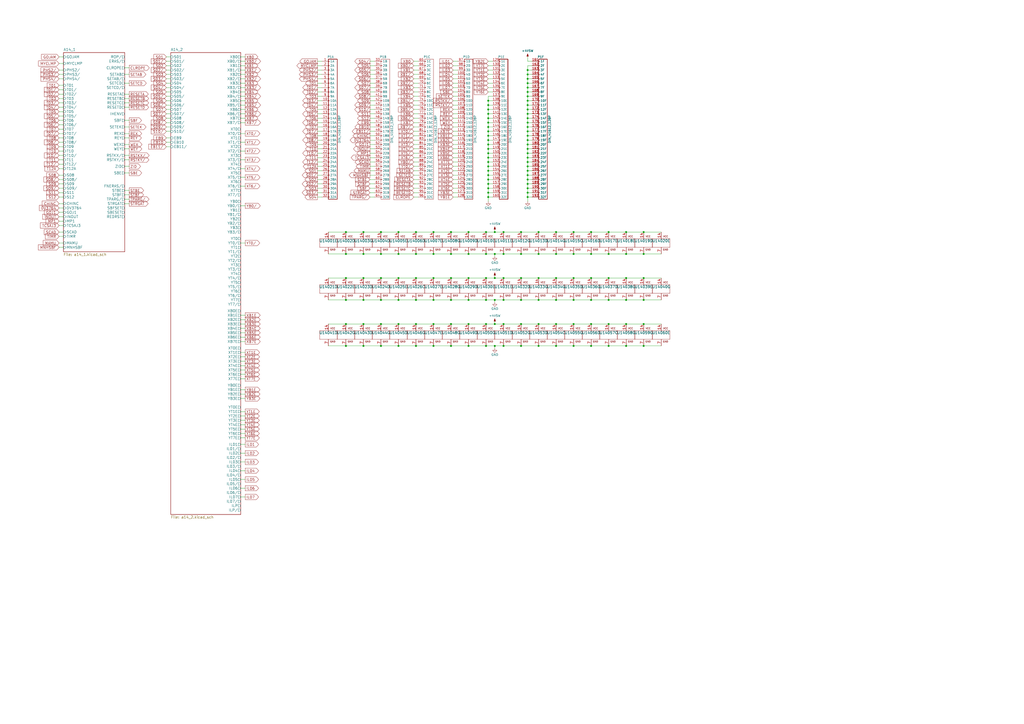
<source format=kicad_sch>
(kicad_sch (version 20211123) (generator eeschema)
  (paper "A2")
  (junction (at 306.07 96.52))
  (junction (at 332.74 147.32))
  (junction (at 312.42 187.96))
  (junction (at 306.07 86.36))
  (junction (at 306.07 101.6))
  (junction (at 283.21 109.22))
  (junction (at 283.21 86.36))
  (junction (at 306.07 58.42))
  (junction (at 353.06 161.29))
  (junction (at 231.14 173.99))
  (junction (at 306.07 60.96))
  (junction (at 342.9 134.62))
  (junction (at 353.06 147.32))
  (junction (at 373.38 134.62))
  (junction (at 283.21 114.3))
  (junction (at 292.1 134.62))
  (junction (at 302.26 173.99))
  (junction (at 210.82 187.96))
  (junction (at 322.58 187.96))
  (junction (at 292.1 187.96))
  (junction (at 363.22 161.29))
  (junction (at 353.06 187.96))
  (junction (at 241.3 173.99))
  (junction (at 283.21 93.98))
  (junction (at 200.66 134.62))
  (junction (at 322.58 200.66))
  (junction (at 363.22 187.96))
  (junction (at 342.9 161.29))
  (junction (at 342.9 200.66))
  (junction (at 283.21 99.06))
  (junction (at 292.1 147.32))
  (junction (at 306.07 71.12))
  (junction (at 292.1 161.29))
  (junction (at 261.62 173.99))
  (junction (at 231.14 200.66))
  (junction (at 241.3 147.32))
  (junction (at 353.06 200.66))
  (junction (at 306.07 83.82))
  (junction (at 200.66 173.99))
  (junction (at 271.78 161.29))
  (junction (at 281.94 173.99))
  (junction (at 283.21 83.82))
  (junction (at 283.21 66.04))
  (junction (at 220.98 161.29))
  (junction (at 220.98 134.62))
  (junction (at 322.58 147.32))
  (junction (at 251.46 134.62))
  (junction (at 306.07 73.66))
  (junction (at 306.07 114.3))
  (junction (at 231.14 134.62))
  (junction (at 302.26 161.29))
  (junction (at 241.3 200.66))
  (junction (at 231.14 161.29))
  (junction (at 302.26 187.96))
  (junction (at 363.22 147.32))
  (junction (at 281.94 147.32))
  (junction (at 251.46 187.96))
  (junction (at 353.06 173.99))
  (junction (at 312.42 134.62))
  (junction (at 251.46 147.32))
  (junction (at 261.62 187.96))
  (junction (at 261.62 147.32))
  (junction (at 200.66 147.32))
  (junction (at 283.21 101.6))
  (junction (at 312.42 161.29))
  (junction (at 210.82 147.32))
  (junction (at 241.3 161.29))
  (junction (at 241.3 187.96))
  (junction (at 353.06 134.62))
  (junction (at 220.98 200.66))
  (junction (at 283.21 91.44))
  (junction (at 283.21 71.12))
  (junction (at 281.94 200.66))
  (junction (at 306.07 99.06))
  (junction (at 283.21 104.14))
  (junction (at 200.66 187.96))
  (junction (at 306.07 48.26))
  (junction (at 283.21 58.42))
  (junction (at 210.82 173.99))
  (junction (at 306.07 40.64))
  (junction (at 342.9 187.96))
  (junction (at 281.94 161.29))
  (junction (at 220.98 147.32))
  (junction (at 283.21 78.74))
  (junction (at 363.22 134.62))
  (junction (at 322.58 161.29))
  (junction (at 332.74 187.96))
  (junction (at 306.07 45.72))
  (junction (at 306.07 76.2))
  (junction (at 373.38 173.99))
  (junction (at 306.07 104.14))
  (junction (at 251.46 173.99))
  (junction (at 332.74 134.62))
  (junction (at 302.26 134.62))
  (junction (at 261.62 161.29))
  (junction (at 306.07 78.74))
  (junction (at 332.74 200.66))
  (junction (at 373.38 161.29))
  (junction (at 261.62 134.62))
  (junction (at 306.07 111.76))
  (junction (at 332.74 173.99))
  (junction (at 373.38 200.66))
  (junction (at 283.21 111.76))
  (junction (at 306.07 43.18))
  (junction (at 283.21 60.96))
  (junction (at 312.42 173.99))
  (junction (at 220.98 187.96))
  (junction (at 200.66 200.66))
  (junction (at 373.38 187.96))
  (junction (at 200.66 161.29))
  (junction (at 306.07 88.9))
  (junction (at 306.07 50.8))
  (junction (at 281.94 187.96))
  (junction (at 283.21 73.66))
  (junction (at 251.46 161.29))
  (junction (at 312.42 200.66))
  (junction (at 283.21 96.52))
  (junction (at 283.21 81.28))
  (junction (at 231.14 187.96))
  (junction (at 306.07 109.22))
  (junction (at 342.9 147.32))
  (junction (at 271.78 173.99))
  (junction (at 210.82 134.62))
  (junction (at 283.21 68.58))
  (junction (at 271.78 200.66))
  (junction (at 306.07 81.28))
  (junction (at 287.02 187.96))
  (junction (at 271.78 147.32))
  (junction (at 220.98 173.99))
  (junction (at 283.21 76.2))
  (junction (at 287.02 173.99))
  (junction (at 287.02 200.66))
  (junction (at 210.82 161.29))
  (junction (at 281.94 134.62))
  (junction (at 322.58 173.99))
  (junction (at 283.21 88.9))
  (junction (at 306.07 93.98))
  (junction (at 373.38 147.32))
  (junction (at 283.21 106.68))
  (junction (at 292.1 200.66))
  (junction (at 322.58 134.62))
  (junction (at 306.07 53.34))
  (junction (at 287.02 134.62))
  (junction (at 271.78 187.96))
  (junction (at 302.26 200.66))
  (junction (at 283.21 63.5))
  (junction (at 261.62 200.66))
  (junction (at 312.42 147.32))
  (junction (at 306.07 68.58))
  (junction (at 271.78 134.62))
  (junction (at 306.07 91.44))
  (junction (at 342.9 173.99))
  (junction (at 210.82 200.66))
  (junction (at 287.02 147.32))
  (junction (at 292.1 173.99))
  (junction (at 306.07 63.5))
  (junction (at 363.22 200.66))
  (junction (at 332.74 161.29))
  (junction (at 302.26 147.32))
  (junction (at 251.46 200.66))
  (junction (at 363.22 173.99))
  (junction (at 231.14 147.32))
  (junction (at 241.3 134.62))
  (junction (at 306.07 66.04))
  (junction (at 287.02 161.29))
  (junction (at 306.07 106.68))
  (junction (at 306.07 55.88))
  (wire (pts (xy 292.1 147.32) (xy 302.26 147.32)))
  (wire (pts (xy 306.07 111.76) (xy 306.07 114.3)))
  (wire (pts (xy 186.69 68.58) (xy 184.15 68.58)))
  (wire (pts (xy 200.66 161.29) (xy 190.5 161.29)))
  (wire (pts (xy 217.17 114.3) (xy 214.63 114.3)))
  (wire (pts (xy 342.9 161.29) (xy 332.74 161.29)))
  (wire (pts (xy 139.7 185.42) (xy 142.24 185.42)))
  (wire (pts (xy 139.7 248.92) (xy 142.24 248.92)))
  (wire (pts (xy 36.83 123.19) (xy 34.29 123.19)))
  (wire (pts (xy 265.43 101.6) (xy 262.89 101.6)))
  (wire (pts (xy 281.94 200.66) (xy 287.02 200.66)))
  (wire (pts (xy 36.83 72.39) (xy 34.29 72.39)))
  (wire (pts (xy 99.06 60.96) (xy 96.52 60.96)))
  (wire (pts (xy 186.69 53.34) (xy 184.15 53.34)))
  (wire (pts (xy 231.14 187.96) (xy 220.98 187.96)))
  (wire (pts (xy 139.7 35.56) (xy 142.24 35.56)))
  (wire (pts (xy 342.9 187.96) (xy 332.74 187.96)))
  (wire (pts (xy 72.39 118.11) (xy 74.93 118.11)))
  (wire (pts (xy 186.69 93.98) (xy 184.15 93.98)))
  (wire (pts (xy 217.17 109.22) (xy 214.63 109.22)))
  (wire (pts (xy 72.39 115.57) (xy 74.93 115.57)))
  (wire (pts (xy 72.39 39.37) (xy 74.93 39.37)))
  (wire (pts (xy 186.69 45.72) (xy 184.15 45.72)))
  (wire (pts (xy 217.17 104.14) (xy 214.63 104.14)))
  (wire (pts (xy 200.66 187.96) (xy 190.5 187.96)))
  (wire (pts (xy 271.78 187.96) (xy 261.62 187.96)))
  (wire (pts (xy 186.69 88.9) (xy 184.15 88.9)))
  (wire (pts (xy 139.7 38.1) (xy 142.24 38.1)))
  (wire (pts (xy 36.83 106.68) (xy 34.29 106.68)))
  (wire (pts (xy 139.7 60.96) (xy 142.24 60.96)))
  (wire (pts (xy 36.83 69.85) (xy 34.29 69.85)))
  (wire (pts (xy 306.07 81.28) (xy 306.07 83.82)))
  (wire (pts (xy 242.57 106.68) (xy 240.03 106.68)))
  (wire (pts (xy 186.69 114.3) (xy 184.15 114.3)))
  (wire (pts (xy 283.21 58.42) (xy 283.21 60.96)))
  (wire (pts (xy 322.58 161.29) (xy 312.42 161.29)))
  (wire (pts (xy 353.06 134.62) (xy 342.9 134.62)))
  (wire (pts (xy 190.5 147.32) (xy 200.66 147.32)))
  (wire (pts (xy 186.69 40.64) (xy 184.15 40.64)))
  (wire (pts (xy 306.07 45.72) (xy 306.07 48.26)))
  (wire (pts (xy 36.83 62.23) (xy 34.29 62.23)))
  (wire (pts (xy 283.21 93.98) (xy 285.75 93.98)))
  (wire (pts (xy 99.06 66.04) (xy 96.52 66.04)))
  (wire (pts (xy 72.39 62.23) (xy 74.93 62.23)))
  (wire (pts (xy 36.83 143.51) (xy 34.29 143.51)))
  (wire (pts (xy 36.83 130.81) (xy 34.29 130.81)))
  (wire (pts (xy 265.43 76.2) (xy 262.89 76.2)))
  (wire (pts (xy 36.83 97.79) (xy 34.29 97.79)))
  (wire (pts (xy 261.62 161.29) (xy 251.46 161.29)))
  (wire (pts (xy 265.43 73.66) (xy 262.89 73.66)))
  (wire (pts (xy 283.21 66.04) (xy 283.21 68.58)))
  (wire (pts (xy 265.43 53.34) (xy 262.89 53.34)))
  (wire (pts (xy 283.21 111.76) (xy 285.75 111.76)))
  (wire (pts (xy 281.94 173.99) (xy 287.02 173.99)))
  (wire (pts (xy 186.69 104.14) (xy 184.15 104.14)))
  (wire (pts (xy 287.02 160.02) (xy 287.02 161.29)))
  (wire (pts (xy 72.39 59.69) (xy 74.93 59.69)))
  (wire (pts (xy 139.7 87.63) (xy 142.24 87.63)))
  (wire (pts (xy 242.57 60.96) (xy 240.03 60.96)))
  (wire (pts (xy 72.39 96.52) (xy 74.93 96.52)))
  (wire (pts (xy 139.7 251.46) (xy 142.24 251.46)))
  (wire (pts (xy 287.02 173.99) (xy 287.02 175.26)))
  (wire (pts (xy 283.21 76.2) (xy 285.75 76.2)))
  (wire (pts (xy 283.21 78.74) (xy 285.75 78.74)))
  (wire (pts (xy 72.39 92.71) (xy 74.93 92.71)))
  (wire (pts (xy 281.94 134.62) (xy 271.78 134.62)))
  (wire (pts (xy 261.62 187.96) (xy 251.46 187.96)))
  (wire (pts (xy 283.21 99.06) (xy 283.21 101.6)))
  (wire (pts (xy 139.7 243.84) (xy 142.24 243.84)))
  (wire (pts (xy 139.7 68.58) (xy 142.24 68.58)))
  (wire (pts (xy 186.69 81.28) (xy 184.15 81.28)))
  (wire (pts (xy 283.21 101.6) (xy 283.21 104.14)))
  (wire (pts (xy 265.43 45.72) (xy 262.89 45.72)))
  (wire (pts (xy 139.7 217.17) (xy 142.24 217.17)))
  (wire (pts (xy 265.43 106.68) (xy 262.89 106.68)))
  (wire (pts (xy 283.21 81.28) (xy 285.75 81.28)))
  (wire (pts (xy 186.69 101.6) (xy 184.15 101.6)))
  (wire (pts (xy 99.06 40.64) (xy 96.52 40.64)))
  (wire (pts (xy 306.07 35.56) (xy 306.07 33.02)))
  (wire (pts (xy 99.06 63.5) (xy 96.52 63.5)))
  (wire (pts (xy 36.83 59.69) (xy 34.29 59.69)))
  (wire (pts (xy 139.7 262.89) (xy 142.24 262.89)))
  (wire (pts (xy 99.06 33.02) (xy 96.52 33.02)))
  (wire (pts (xy 353.06 187.96) (xy 342.9 187.96)))
  (wire (pts (xy 306.07 53.34) (xy 306.07 55.88)))
  (wire (pts (xy 265.43 43.18) (xy 262.89 43.18)))
  (wire (pts (xy 217.17 99.06) (xy 214.63 99.06)))
  (wire (pts (xy 302.26 187.96) (xy 292.1 187.96)))
  (wire (pts (xy 308.61 40.64) (xy 306.07 40.64)))
  (wire (pts (xy 139.7 55.88) (xy 142.24 55.88)))
  (wire (pts (xy 139.7 33.02) (xy 142.24 33.02)))
  (wire (pts (xy 283.21 83.82) (xy 285.75 83.82)))
  (wire (pts (xy 231.14 173.99) (xy 241.3 173.99)))
  (wire (pts (xy 186.69 76.2) (xy 184.15 76.2)))
  (wire (pts (xy 139.7 228.6) (xy 142.24 228.6)))
  (wire (pts (xy 306.07 43.18) (xy 306.07 45.72)))
  (wire (pts (xy 186.69 55.88) (xy 184.15 55.88)))
  (wire (pts (xy 283.21 114.3) (xy 283.21 116.84)))
  (wire (pts (xy 242.57 38.1) (xy 240.03 38.1)))
  (wire (pts (xy 72.39 73.66) (xy 74.93 73.66)))
  (wire (pts (xy 265.43 109.22) (xy 262.89 109.22)))
  (wire (pts (xy 271.78 134.62) (xy 261.62 134.62)))
  (wire (pts (xy 383.54 134.62) (xy 373.38 134.62)))
  (wire (pts (xy 306.07 91.44) (xy 308.61 91.44)))
  (wire (pts (xy 373.38 200.66) (xy 383.54 200.66)))
  (wire (pts (xy 265.43 35.56) (xy 262.89 35.56)))
  (wire (pts (xy 285.75 45.72) (xy 283.21 45.72)))
  (wire (pts (xy 217.17 88.9) (xy 214.63 88.9)))
  (wire (pts (xy 242.57 40.64) (xy 240.03 40.64)))
  (wire (pts (xy 287.02 200.66) (xy 292.1 200.66)))
  (wire (pts (xy 186.69 91.44) (xy 184.15 91.44)))
  (wire (pts (xy 353.06 200.66) (xy 363.22 200.66)))
  (wire (pts (xy 332.74 187.96) (xy 322.58 187.96)))
  (wire (pts (xy 139.7 50.8) (xy 142.24 50.8)))
  (wire (pts (xy 363.22 200.66) (xy 373.38 200.66)))
  (wire (pts (xy 36.83 64.77) (xy 34.29 64.77)))
  (wire (pts (xy 220.98 161.29) (xy 210.82 161.29)))
  (wire (pts (xy 271.78 200.66) (xy 281.94 200.66)))
  (wire (pts (xy 99.06 50.8) (xy 96.52 50.8)))
  (wire (pts (xy 265.43 38.1) (xy 262.89 38.1)))
  (wire (pts (xy 251.46 161.29) (xy 241.3 161.29)))
  (wire (pts (xy 242.57 48.26) (xy 240.03 48.26)))
  (wire (pts (xy 99.06 38.1) (xy 96.52 38.1)))
  (wire (pts (xy 283.21 76.2) (xy 283.21 78.74)))
  (wire (pts (xy 332.74 147.32) (xy 342.9 147.32)))
  (wire (pts (xy 186.69 73.66) (xy 184.15 73.66)))
  (wire (pts (xy 139.7 77.47) (xy 142.24 77.47)))
  (wire (pts (xy 36.83 120.65) (xy 34.29 120.65)))
  (wire (pts (xy 265.43 111.76) (xy 262.89 111.76)))
  (wire (pts (xy 36.83 109.22) (xy 34.29 109.22)))
  (wire (pts (xy 271.78 161.29) (xy 261.62 161.29)))
  (wire (pts (xy 322.58 147.32) (xy 332.74 147.32)))
  (wire (pts (xy 363.22 134.62) (xy 353.06 134.62)))
  (wire (pts (xy 220.98 134.62) (xy 210.82 134.62)))
  (wire (pts (xy 265.43 58.42) (xy 262.89 58.42)))
  (wire (pts (xy 72.39 77.47) (xy 74.93 77.47)))
  (wire (pts (xy 139.7 267.97) (xy 142.24 267.97)))
  (wire (pts (xy 306.07 83.82) (xy 306.07 86.36)))
  (wire (pts (xy 72.39 83.82) (xy 74.93 83.82)))
  (wire (pts (xy 72.39 80.01) (xy 74.93 80.01)))
  (wire (pts (xy 186.69 99.06) (xy 184.15 99.06)))
  (wire (pts (xy 72.39 54.61) (xy 74.93 54.61)))
  (wire (pts (xy 242.57 81.28) (xy 240.03 81.28)))
  (wire (pts (xy 139.7 195.58) (xy 142.24 195.58)))
  (wire (pts (xy 306.07 60.96) (xy 308.61 60.96)))
  (wire (pts (xy 139.7 119.38) (xy 142.24 119.38)))
  (wire (pts (xy 139.7 238.76) (xy 142.24 238.76)))
  (wire (pts (xy 306.07 104.14) (xy 308.61 104.14)))
  (wire (pts (xy 283.21 83.82) (xy 283.21 86.36)))
  (wire (pts (xy 242.57 55.88) (xy 240.03 55.88)))
  (wire (pts (xy 283.21 109.22) (xy 283.21 111.76)))
  (wire (pts (xy 99.06 58.42) (xy 96.52 58.42)))
  (wire (pts (xy 72.39 113.03) (xy 74.93 113.03)))
  (wire (pts (xy 283.21 86.36) (xy 285.75 86.36)))
  (wire (pts (xy 139.7 82.55) (xy 142.24 82.55)))
  (wire (pts (xy 292.1 200.66) (xy 302.26 200.66)))
  (wire (pts (xy 306.07 73.66) (xy 306.07 76.2)))
  (wire (pts (xy 200.66 173.99) (xy 210.82 173.99)))
  (wire (pts (xy 285.75 35.56) (xy 283.21 35.56)))
  (wire (pts (xy 373.38 187.96) (xy 363.22 187.96)))
  (wire (pts (xy 242.57 114.3) (xy 240.03 114.3)))
  (wire (pts (xy 283.21 106.68) (xy 285.75 106.68)))
  (wire (pts (xy 139.7 214.63) (xy 142.24 214.63)))
  (wire (pts (xy 36.83 87.63) (xy 34.29 87.63)))
  (wire (pts (xy 231.14 147.32) (xy 241.3 147.32)))
  (wire (pts (xy 72.39 110.49) (xy 74.93 110.49)))
  (wire (pts (xy 312.42 134.62) (xy 302.26 134.62)))
  (wire (pts (xy 139.7 198.12) (xy 142.24 198.12)))
  (wire (pts (xy 281.94 187.96) (xy 271.78 187.96)))
  (wire (pts (xy 217.17 96.52) (xy 214.63 96.52)))
  (wire (pts (xy 139.7 58.42) (xy 142.24 58.42)))
  (wire (pts (xy 283.21 78.74) (xy 283.21 81.28)))
  (wire (pts (xy 312.42 200.66) (xy 322.58 200.66)))
  (wire (pts (xy 306.07 38.1) (xy 306.07 40.64)))
  (wire (pts (xy 306.07 58.42) (xy 308.61 58.42)))
  (wire (pts (xy 283.21 73.66) (xy 283.21 76.2)))
  (wire (pts (xy 217.17 76.2) (xy 214.63 76.2)))
  (wire (pts (xy 306.07 88.9) (xy 306.07 91.44)))
  (wire (pts (xy 72.39 43.18) (xy 74.93 43.18)))
  (wire (pts (xy 306.07 88.9) (xy 308.61 88.9)))
  (wire (pts (xy 306.07 86.36) (xy 306.07 88.9)))
  (wire (pts (xy 287.02 133.35) (xy 287.02 134.62)))
  (wire (pts (xy 283.21 58.42) (xy 285.75 58.42)))
  (wire (pts (xy 283.21 99.06) (xy 285.75 99.06)))
  (wire (pts (xy 186.69 43.18) (xy 184.15 43.18)))
  (wire (pts (xy 139.7 71.12) (xy 142.24 71.12)))
  (wire (pts (xy 283.21 114.3) (xy 285.75 114.3)))
  (wire (pts (xy 242.57 101.6) (xy 240.03 101.6)))
  (wire (pts (xy 241.3 134.62) (xy 231.14 134.62)))
  (wire (pts (xy 217.17 111.76) (xy 214.63 111.76)))
  (wire (pts (xy 306.07 73.66) (xy 308.61 73.66)))
  (wire (pts (xy 265.43 81.28) (xy 262.89 81.28)))
  (wire (pts (xy 302.26 147.32) (xy 312.42 147.32)))
  (wire (pts (xy 287.02 161.29) (xy 281.94 161.29)))
  (wire (pts (xy 242.57 66.04) (xy 240.03 66.04)))
  (wire (pts (xy 283.21 55.88) (xy 283.21 58.42)))
  (wire (pts (xy 242.57 45.72) (xy 240.03 45.72)))
  (wire (pts (xy 217.17 50.8) (xy 214.63 50.8)))
  (wire (pts (xy 306.07 55.88) (xy 308.61 55.88)))
  (wire (pts (xy 217.17 63.5) (xy 214.63 63.5)))
  (wire (pts (xy 36.83 74.93) (xy 34.29 74.93)))
  (wire (pts (xy 283.21 101.6) (xy 285.75 101.6)))
  (wire (pts (xy 306.07 86.36) (xy 308.61 86.36)))
  (wire (pts (xy 241.3 187.96) (xy 231.14 187.96)))
  (wire (pts (xy 306.07 53.34) (xy 308.61 53.34)))
  (wire (pts (xy 139.7 273.05) (xy 142.24 273.05)))
  (wire (pts (xy 363.22 173.99) (xy 373.38 173.99)))
  (wire (pts (xy 242.57 78.74) (xy 240.03 78.74)))
  (wire (pts (xy 139.7 254) (xy 142.24 254)))
  (wire (pts (xy 36.83 101.6) (xy 34.29 101.6)))
  (wire (pts (xy 265.43 55.88) (xy 262.89 55.88)))
  (wire (pts (xy 306.07 114.3) (xy 306.07 116.84)))
  (wire (pts (xy 283.21 111.76) (xy 283.21 114.3)))
  (wire (pts (xy 292.1 161.29) (xy 287.02 161.29)))
  (wire (pts (xy 36.83 77.47) (xy 34.29 77.47)))
  (wire (pts (xy 265.43 96.52) (xy 262.89 96.52)))
  (wire (pts (xy 36.83 67.31) (xy 34.29 67.31)))
  (wire (pts (xy 283.21 109.22) (xy 285.75 109.22)))
  (wire (pts (xy 342.9 134.62) (xy 332.74 134.62)))
  (wire (pts (xy 217.17 58.42) (xy 214.63 58.42)))
  (wire (pts (xy 72.39 57.15) (xy 74.93 57.15)))
  (wire (pts (xy 217.17 60.96) (xy 214.63 60.96)))
  (wire (pts (xy 217.17 93.98) (xy 214.63 93.98)))
  (wire (pts (xy 302.26 200.66) (xy 312.42 200.66)))
  (wire (pts (xy 241.3 173.99) (xy 251.46 173.99)))
  (wire (pts (xy 261.62 200.66) (xy 271.78 200.66)))
  (wire (pts (xy 353.06 173.99) (xy 363.22 173.99)))
  (wire (pts (xy 36.83 82.55) (xy 34.29 82.55)))
  (wire (pts (xy 306.07 76.2) (xy 306.07 78.74)))
  (wire (pts (xy 36.83 118.11) (xy 34.29 118.11)))
  (wire (pts (xy 99.06 55.88) (xy 96.52 55.88)))
  (wire (pts (xy 217.17 78.74) (xy 214.63 78.74)))
  (wire (pts (xy 306.07 111.76) (xy 308.61 111.76)))
  (wire (pts (xy 139.7 257.81) (xy 142.24 257.81)))
  (wire (pts (xy 36.83 114.3) (xy 34.29 114.3)))
  (wire (pts (xy 186.69 109.22) (xy 184.15 109.22)))
  (wire (pts (xy 283.21 71.12) (xy 283.21 73.66)))
  (wire (pts (xy 283.21 104.14) (xy 283.21 106.68)))
  (wire (pts (xy 217.17 83.82) (xy 214.63 83.82)))
  (wire (pts (xy 220.98 147.32) (xy 231.14 147.32)))
  (wire (pts (xy 261.62 173.99) (xy 271.78 173.99)))
  (wire (pts (xy 139.7 97.79) (xy 142.24 97.79)))
  (wire (pts (xy 72.39 90.17) (xy 74.93 90.17)))
  (wire (pts (xy 139.7 66.04) (xy 142.24 66.04)))
  (wire (pts (xy 292.1 134.62) (xy 287.02 134.62)))
  (wire (pts (xy 283.21 106.68) (xy 283.21 109.22)))
  (wire (pts (xy 363.22 161.29) (xy 353.06 161.29)))
  (wire (pts (xy 36.83 36.83) (xy 34.29 36.83)))
  (wire (pts (xy 306.07 40.64) (xy 306.07 43.18)))
  (wire (pts (xy 139.7 246.38) (xy 142.24 246.38)))
  (wire (pts (xy 342.9 173.99) (xy 353.06 173.99)))
  (wire (pts (xy 217.17 106.68) (xy 214.63 106.68)))
  (wire (pts (xy 306.07 58.42) (xy 306.07 60.96)))
  (wire (pts (xy 99.06 76.2) (xy 96.52 76.2)))
  (wire (pts (xy 210.82 187.96) (xy 200.66 187.96)))
  (wire (pts (xy 139.7 48.26) (xy 142.24 48.26)))
  (wire (pts (xy 283.21 96.52) (xy 285.75 96.52)))
  (wire (pts (xy 306.07 55.88) (xy 306.07 58.42)))
  (wire (pts (xy 265.43 91.44) (xy 262.89 91.44)))
  (wire (pts (xy 217.17 43.18) (xy 214.63 43.18)))
  (wire (pts (xy 217.17 66.04) (xy 214.63 66.04)))
  (wire (pts (xy 306.07 101.6) (xy 308.61 101.6)))
  (wire (pts (xy 285.75 43.18) (xy 283.21 43.18)))
  (wire (pts (xy 186.69 71.12) (xy 184.15 71.12)))
  (wire (pts (xy 139.7 43.18) (xy 142.24 43.18)))
  (wire (pts (xy 306.07 104.14) (xy 306.07 106.68)))
  (wire (pts (xy 306.07 76.2) (xy 308.61 76.2)))
  (wire (pts (xy 186.69 106.68) (xy 184.15 106.68)))
  (wire (pts (xy 99.06 73.66) (xy 96.52 73.66)))
  (wire (pts (xy 217.17 38.1) (xy 214.63 38.1)))
  (wire (pts (xy 242.57 88.9) (xy 240.03 88.9)))
  (wire (pts (xy 217.17 91.44) (xy 214.63 91.44)))
  (wire (pts (xy 241.3 200.66) (xy 251.46 200.66)))
  (wire (pts (xy 373.38 173.99) (xy 383.54 173.99)))
  (wire (pts (xy 283.21 88.9) (xy 285.75 88.9)))
  (wire (pts (xy 99.06 82.55) (xy 96.52 82.55)))
  (wire (pts (xy 139.7 231.14) (xy 142.24 231.14)))
  (wire (pts (xy 306.07 71.12) (xy 308.61 71.12)))
  (wire (pts (xy 36.83 128.27) (xy 34.29 128.27)))
  (wire (pts (xy 281.94 147.32) (xy 287.02 147.32)))
  (wire (pts (xy 220.98 187.96) (xy 210.82 187.96)))
  (wire (pts (xy 251.46 147.32) (xy 261.62 147.32)))
  (wire (pts (xy 99.06 80.01) (xy 96.52 80.01)))
  (wire (pts (xy 332.74 200.66) (xy 342.9 200.66)))
  (wire (pts (xy 139.7 92.71) (xy 142.24 92.71)))
  (wire (pts (xy 217.17 35.56) (xy 214.63 35.56)))
  (wire (pts (xy 383.54 161.29) (xy 373.38 161.29)))
  (wire (pts (xy 186.69 38.1) (xy 184.15 38.1)))
  (wire (pts (xy 242.57 99.06) (xy 240.03 99.06)))
  (wire (pts (xy 186.69 111.76) (xy 184.15 111.76)))
  (wire (pts (xy 251.46 134.62) (xy 241.3 134.62)))
  (wire (pts (xy 139.7 207.01) (xy 142.24 207.01)))
  (wire (pts (xy 139.7 241.3) (xy 142.24 241.3)))
  (wire (pts (xy 99.06 48.26) (xy 96.52 48.26)))
  (wire (pts (xy 281.94 161.29) (xy 271.78 161.29)))
  (wire (pts (xy 241.3 161.29) (xy 231.14 161.29)))
  (wire (pts (xy 36.83 85.09) (xy 34.29 85.09)))
  (wire (pts (xy 217.17 48.26) (xy 214.63 48.26)))
  (wire (pts (xy 36.83 92.71) (xy 34.29 92.71)))
  (wire (pts (xy 36.83 134.62) (xy 34.29 134.62)))
  (wire (pts (xy 312.42 147.32) (xy 322.58 147.32)))
  (wire (pts (xy 373.38 147.32) (xy 383.54 147.32)))
  (wire (pts (xy 287.02 173.99) (xy 292.1 173.99)))
  (wire (pts (xy 186.69 35.56) (xy 184.15 35.56)))
  (wire (pts (xy 72.39 48.26) (xy 74.93 48.26)))
  (wire (pts (xy 306.07 114.3) (xy 308.61 114.3)))
  (wire (pts (xy 342.9 200.66) (xy 353.06 200.66)))
  (wire (pts (xy 36.83 52.07) (xy 34.29 52.07)))
  (wire (pts (xy 306.07 99.06) (xy 308.61 99.06)))
  (wire (pts (xy 186.69 63.5) (xy 184.15 63.5)))
  (wire (pts (xy 217.17 45.72) (xy 214.63 45.72)))
  (wire (pts (xy 265.43 68.58) (xy 262.89 68.58)))
  (wire (pts (xy 306.07 63.5) (xy 306.07 66.04)))
  (wire (pts (xy 265.43 83.82) (xy 262.89 83.82)))
  (wire (pts (xy 283.21 63.5) (xy 285.75 63.5)))
  (wire (pts (xy 285.75 48.26) (xy 283.21 48.26)))
  (wire (pts (xy 283.21 60.96) (xy 285.75 60.96)))
  (wire (pts (xy 231.14 200.66) (xy 241.3 200.66)))
  (wire (pts (xy 287.02 134.62) (xy 281.94 134.62)))
  (wire (pts (xy 287.02 200.66) (xy 287.02 201.93)))
  (wire (pts (xy 306.07 71.12) (xy 306.07 73.66)))
  (wire (pts (xy 322.58 173.99) (xy 332.74 173.99)))
  (wire (pts (xy 190.5 200.66) (xy 200.66 200.66)))
  (wire (pts (xy 36.83 57.15) (xy 34.29 57.15)))
  (wire (pts (xy 139.7 187.96) (xy 142.24 187.96)))
  (wire (pts (xy 242.57 58.42) (xy 240.03 58.42)))
  (wire (pts (xy 306.07 66.04) (xy 308.61 66.04)))
  (wire (pts (xy 265.43 99.06) (xy 262.89 99.06)))
  (wire (pts (xy 139.7 63.5) (xy 142.24 63.5)))
  (wire (pts (xy 265.43 71.12) (xy 262.89 71.12)))
  (wire (pts (xy 36.83 80.01) (xy 34.29 80.01)))
  (wire (pts (xy 283.21 91.44) (xy 285.75 91.44)))
  (wire (pts (xy 242.57 109.22) (xy 240.03 109.22)))
  (wire (pts (xy 231.14 134.62) (xy 220.98 134.62)))
  (wire (pts (xy 36.83 43.18) (xy 34.29 43.18)))
  (wire (pts (xy 139.7 283.21) (xy 142.24 283.21)))
  (wire (pts (xy 217.17 71.12) (xy 214.63 71.12)))
  (wire (pts (xy 332.74 134.62) (xy 322.58 134.62)))
  (wire (pts (xy 283.21 66.04) (xy 285.75 66.04)))
  (wire (pts (xy 36.83 137.16) (xy 34.29 137.16)))
  (wire (pts (xy 36.83 54.61) (xy 34.29 54.61)))
  (wire (pts (xy 217.17 73.66) (xy 214.63 73.66)))
  (wire (pts (xy 210.82 134.62) (xy 200.66 134.62)))
  (wire (pts (xy 36.83 111.76) (xy 34.29 111.76)))
  (wire (pts (xy 139.7 219.71) (xy 142.24 219.71)))
  (wire (pts (xy 242.57 93.98) (xy 240.03 93.98)))
  (wire (pts (xy 285.75 55.88) (xy 283.21 55.88)))
  (wire (pts (xy 265.43 63.5) (xy 262.89 63.5)))
  (wire (pts (xy 373.38 161.29) (xy 363.22 161.29)))
  (wire (pts (xy 306.07 96.52) (xy 306.07 99.06)))
  (wire (pts (xy 242.57 96.52) (xy 240.03 96.52)))
  (wire (pts (xy 200.66 134.62) (xy 190.5 134.62)))
  (wire (pts (xy 283.21 88.9) (xy 283.21 91.44)))
  (wire (pts (xy 265.43 50.8) (xy 262.89 50.8)))
  (wire (pts (xy 292.1 187.96) (xy 287.02 187.96)))
  (wire (pts (xy 306.07 43.18) (xy 308.61 43.18)))
  (wire (pts (xy 283.21 91.44) (xy 283.21 93.98)))
  (wire (pts (xy 306.07 93.98) (xy 308.61 93.98)))
  (wire (pts (xy 265.43 66.04) (xy 262.89 66.04)))
  (wire (pts (xy 139.7 40.64) (xy 142.24 40.64)))
  (wire (pts (xy 217.17 40.64) (xy 214.63 40.64)))
  (wire (pts (xy 186.69 50.8) (xy 184.15 50.8)))
  (wire (pts (xy 99.06 45.72) (xy 96.52 45.72)))
  (wire (pts (xy 72.39 86.36) (xy 74.93 86.36)))
  (wire (pts (xy 242.57 63.5) (xy 240.03 63.5)))
  (wire (pts (xy 242.57 104.14) (xy 240.03 104.14)))
  (wire (pts (xy 373.38 134.62) (xy 363.22 134.62)))
  (wire (pts (xy 36.83 104.14) (xy 34.29 104.14)))
  (wire (pts (xy 265.43 93.98) (xy 262.89 93.98)))
  (wire (pts (xy 283.21 71.12) (xy 285.75 71.12)))
  (wire (pts (xy 99.06 68.58) (xy 96.52 68.58)))
  (wire (pts (xy 242.57 68.58) (xy 240.03 68.58)))
  (wire (pts (xy 306.07 68.58) (xy 308.61 68.58)))
  (wire (pts (xy 332.74 161.29) (xy 322.58 161.29)))
  (wire (pts (xy 139.7 204.47) (xy 142.24 204.47)))
  (wire (pts (xy 139.7 140.97) (xy 142.24 140.97)))
  (wire (pts (xy 186.69 78.74) (xy 184.15 78.74)))
  (wire (pts (xy 251.46 200.66) (xy 261.62 200.66)))
  (wire (pts (xy 306.07 78.74) (xy 308.61 78.74)))
  (wire (pts (xy 287.02 186.69) (xy 287.02 187.96)))
  (wire (pts (xy 217.17 86.36) (xy 214.63 86.36)))
  (wire (pts (xy 353.06 147.32) (xy 363.22 147.32)))
  (wire (pts (xy 322.58 134.62) (xy 312.42 134.62)))
  (wire (pts (xy 186.69 83.82) (xy 184.15 83.82)))
  (wire (pts (xy 283.21 104.14) (xy 285.75 104.14)))
  (wire (pts (xy 306.07 83.82) (xy 308.61 83.82)))
  (wire (pts (xy 283.21 73.66) (xy 285.75 73.66)))
  (wire (pts (xy 190.5 173.99) (xy 200.66 173.99)))
  (wire (pts (xy 306.07 91.44) (xy 306.07 93.98)))
  (wire (pts (xy 186.69 86.36) (xy 184.15 86.36)))
  (wire (pts (xy 139.7 209.55) (xy 142.24 209.55)))
  (wire (pts (xy 306.07 99.06) (xy 306.07 101.6)))
  (wire (pts (xy 322.58 200.66) (xy 332.74 200.66)))
  (wire (pts (xy 242.57 35.56) (xy 240.03 35.56)))
  (wire (pts (xy 242.57 43.18) (xy 240.03 43.18)))
  (wire (pts (xy 139.7 288.29) (xy 142.24 288.29)))
  (wire (pts (xy 200.66 147.32) (xy 210.82 147.32)))
  (wire (pts (xy 302.26 134.62) (xy 292.1 134.62)))
  (wire (pts (xy 217.17 81.28) (xy 214.63 81.28)))
  (wire (pts (xy 302.26 173.99) (xy 312.42 173.99)))
  (wire (pts (xy 283.21 96.52) (xy 283.21 99.06)))
  (wire (pts (xy 265.43 86.36) (xy 262.89 86.36)))
  (wire (pts (xy 36.83 33.02) (xy 34.29 33.02)))
  (wire (pts (xy 186.69 48.26) (xy 184.15 48.26)))
  (wire (pts (xy 283.21 68.58) (xy 283.21 71.12)))
  (wire (pts (xy 139.7 212.09) (xy 142.24 212.09)))
  (wire (pts (xy 283.21 60.96) (xy 283.21 63.5)))
  (wire (pts (xy 139.7 190.5) (xy 142.24 190.5)))
  (wire (pts (xy 200.66 200.66) (xy 210.82 200.66)))
  (wire (pts (xy 99.06 71.12) (xy 96.52 71.12)))
  (wire (pts (xy 285.75 50.8) (xy 283.21 50.8)))
  (wire (pts (xy 306.07 96.52) (xy 308.61 96.52)))
  (wire (pts (xy 271.78 147.32) (xy 281.94 147.32)))
  (wire (pts (xy 363.22 187.96) (xy 353.06 187.96)))
  (wire (pts (xy 283.21 93.98) (xy 283.21 96.52)))
  (wire (pts (xy 306.07 78.74) (xy 306.07 81.28)))
  (wire (pts (xy 36.83 90.17) (xy 34.29 90.17)))
  (wire (pts (xy 383.54 187.96) (xy 373.38 187.96)))
  (wire (pts (xy 139.7 278.13) (xy 142.24 278.13)))
  (wire (pts (xy 285.75 40.64) (xy 283.21 40.64)))
  (wire (pts (xy 36.83 125.73) (xy 34.29 125.73)))
  (wire (pts (xy 72.39 100.33) (xy 74.93 100.33)))
  (wire (pts (xy 186.69 96.52) (xy 184.15 96.52)))
  (wire (pts (xy 332.74 173.99) (xy 342.9 173.99)))
  (wire (pts (xy 302.26 161.29) (xy 292.1 161.29)))
  (wire (pts (xy 217.17 55.88) (xy 214.63 55.88)))
  (wire (pts (xy 72.39 69.85) (xy 74.93 69.85)))
  (wire (pts (xy 306.07 68.58) (xy 306.07 71.12)))
  (wire (pts (xy 353.06 161.29) (xy 342.9 161.29)))
  (wire (pts (xy 186.69 58.42) (xy 184.15 58.42)))
  (wire (pts (xy 242.57 83.82) (xy 240.03 83.82)))
  (wire (pts (xy 283.21 68.58) (xy 285.75 68.58)))
  (wire (pts (xy 308.61 35.56) (xy 306.07 35.56)))
  (wire (pts (xy 265.43 78.74) (xy 262.89 78.74)))
  (wire (pts (xy 312.42 187.96) (xy 302.26 187.96)))
  (wire (pts (xy 242.57 76.2) (xy 240.03 76.2)))
  (wire (pts (xy 99.06 43.18) (xy 96.52 43.18)))
  (wire (pts (xy 292.1 173.99) (xy 302.26 173.99)))
  (wire (pts (xy 306.07 50.8) (xy 306.07 53.34)))
  (wire (pts (xy 283.21 81.28) (xy 283.21 83.82)))
  (wire (pts (xy 251.46 187.96) (xy 241.3 187.96)))
  (wire (pts (xy 36.83 40.64) (xy 34.29 40.64)))
  (wire (pts (xy 139.7 53.34) (xy 142.24 53.34)))
  (wire (pts (xy 285.75 38.1) (xy 283.21 38.1)))
  (wire (pts (xy 322.58 187.96) (xy 312.42 187.96)))
  (wire (pts (xy 271.78 173.99) (xy 281.94 173.99)))
  (wire (pts (xy 312.42 161.29) (xy 302.26 161.29)))
  (wire (pts (xy 99.06 35.56) (xy 96.52 35.56)))
  (wire (pts (xy 242.57 50.8) (xy 240.03 50.8)))
  (wire (pts (xy 265.43 114.3) (xy 262.89 114.3)))
  (wire (pts (xy 312.42 173.99) (xy 322.58 173.99)))
  (wire (pts (xy 242.57 73.66) (xy 240.03 73.66)))
  (wire (pts (xy 283.21 63.5) (xy 283.21 66.04)))
  (wire (pts (xy 220.98 173.99) (xy 231.14 173.99)))
  (wire (pts (xy 287.02 147.32) (xy 287.02 148.59)))
  (wire (pts (xy 36.83 49.53) (xy 34.29 49.53)))
  (wire (pts (xy 265.43 88.9) (xy 262.89 88.9)))
  (wire (pts (xy 217.17 101.6) (xy 214.63 101.6)))
  (wire (pts (xy 36.83 95.25) (xy 34.29 95.25)))
  (wire (pts (xy 210.82 173.99) (xy 220.98 173.99)))
  (wire (pts (xy 283.21 86.36) (xy 283.21 88.9)))
  (wire (pts (xy 265.43 40.64) (xy 262.89 40.64)))
  (wire (pts (xy 139.7 107.95) (xy 142.24 107.95)))
  (wire (pts (xy 231.14 161.29) (xy 220.98 161.29)))
  (wire (pts (xy 220.98 200.66) (xy 231.14 200.66)))
  (wire (pts (xy 217.17 53.34) (xy 214.63 53.34)))
  (wire (pts (xy 306.07 93.98) (xy 306.07 96.52)))
  (wire (pts (xy 242.57 86.36) (xy 240.03 86.36)))
  (wire (pts (xy 306.07 109.22) (xy 308.61 109.22)))
  (wire (pts (xy 261.62 147.32) (xy 271.78 147.32)))
  (wire (pts (xy 285.75 53.34) (xy 283.21 53.34)))
  (wire (pts (xy 342.9 147.32) (xy 353.06 147.32)))
  (wire (pts (xy 306.07 109.22) (xy 306.07 111.76)))
  (wire (pts (xy 287.02 187.96) (xy 281.94 187.96)))
  (wire (pts (xy 36.83 45.72) (xy 34.29 45.72)))
  (wire (pts (xy 306.07 106.68) (xy 308.61 106.68)))
  (wire (pts (xy 306.07 81.28) (xy 308.61 81.28)))
  (wire (pts (xy 242.57 111.76) (xy 240.03 111.76)))
  (wire (pts (xy 99.06 85.09) (xy 96.52 85.09)))
  (wire (pts (xy 139.7 193.04) (xy 142.24 193.04)))
  (wire (pts (xy 261.62 134.62) (xy 251.46 134.62)))
  (wire (pts (xy 308.61 38.1) (xy 306.07 38.1)))
  (wire (pts (xy 242.57 91.44) (xy 240.03 91.44)))
  (wire (pts (xy 306.07 50.8) (xy 308.61 50.8)))
  (wire (pts (xy 210.82 161.29) (xy 200.66 161.29)))
  (wire (pts (xy 217.17 68.58) (xy 214.63 68.58)))
  (wire (pts (xy 265.43 104.14) (xy 262.89 104.14)))
  (wire (pts (xy 306.07 48.26) (xy 306.07 50.8)))
  (wire (pts (xy 139.7 45.72) (xy 142.24 45.72)))
  (wire (pts (xy 186.69 66.04) (xy 184.15 66.04)))
  (wire (pts (xy 139.7 102.87) (xy 142.24 102.87)))
  (wire (pts (xy 251.46 173.99) (xy 261.62 173.99)))
  (wire (pts (xy 186.69 60.96) (xy 184.15 60.96)))
  (wire (pts (xy 306.07 101.6) (xy 306.07 104.14)))
  (wire (pts (xy 210.82 200.66) (xy 220.98 200.66)))
  (wire (pts (xy 306.07 60.96) (xy 306.07 63.5)))
  (wire (pts (xy 139.7 182.88) (xy 142.24 182.88)))
  (wire (pts (xy 306.07 66.04) (xy 306.07 68.58)))
  (wire (pts (xy 306.07 63.5) (xy 308.61 63.5)))
  (wire (pts (xy 36.83 140.97) (xy 34.29 140.97)))
  (wire (pts (xy 306.07 48.26) (xy 308.61 48.26)))
  (wire (pts (xy 287.02 147.32) (xy 292.1 147.32)))
  (wire (pts (xy 242.57 71.12) (xy 240.03 71.12)))
  (wire (pts (xy 265.43 60.96) (xy 262.89 60.96)))
  (wire (pts (xy 306.07 45.72) (xy 308.61 45.72)))
  (wire (pts (xy 242.57 53.34) (xy 240.03 53.34)))
  (wire (pts (xy 363.22 147.32) (xy 373.38 147.32)))
  (wire (pts (xy 265.43 48.26) (xy 262.89 48.26)))
  (wire (pts (xy 99.06 53.34) (xy 96.52 53.34)))
  (wire (pts (xy 139.7 226.06) (xy 142.24 226.06)))
  (wire (pts (xy 241.3 147.32) (xy 251.46 147.32)))
  (wire (pts (xy 210.82 147.32) (xy 220.98 147.32)))
  (wire (pts (xy 306.07 106.68) (xy 306.07 109.22)))
  (global_label "T07/" (shape input) (at 34.29 77.47 180) (effects (font (size 1.524 1.524))) (property "Referenzen zwischen Schaltplänen" "${INTERSHEET_REFS}" (effects hide)))
  (global_label "XT6/" (shape output) (at 142.24 107.95 0) (effects (font (size 1.524 1.524))) (property "Referenzen zwischen Schaltplänen" "${INTERSHEET_REFS}" (effects hide)))
  (global_label "SETAB" (shape output) (at 74.93 43.18 0) (effects (font (size 1.524 1.524))) (property "Referenzen zwischen Schaltplänen" "${INTERSHEET_REFS}" (effects hide)))
  (global_label "T04/" (shape input) (at 34.29 62.23 180) (effects (font (size 1.524 1.524))) (property "Referenzen zwischen Schaltplänen" "${INTERSHEET_REFS}" (effects hide)))
  (global_label "YT1E" (shape input) (at 283.21 40.64 180) (effects (font (size 1.524 1.524))) (property "Referenzen zwischen Schaltplänen" "${INTERSHEET_REFS}" (effects hide)))
  (global_label "SETEK" (shape input) (at 262.89 55.88 180) (effects (font (size 1.524 1.524))) (property "Referenzen zwischen Schaltplänen" "${INTERSHEET_REFS}" (effects hide)))
  (global_label "XT3/" (shape input) (at 240.03 83.82 180) (effects (font (size 1.524 1.524))) (property "Referenzen zwischen Schaltplänen" "${INTERSHEET_REFS}" (effects hide)))
  (global_label "T06/" (shape output) (at 184.15 71.12 180) (effects (font (size 1.524 1.524))) (property "Referenzen zwischen Schaltplänen" "${INTERSHEET_REFS}" (effects hide)))
  (global_label "XT1E" (shape output) (at 142.24 204.47 0) (effects (font (size 1.524 1.524))) (property "Referenzen zwischen Schaltplänen" "${INTERSHEET_REFS}" (effects hide)))
  (global_label "XB0/" (shape input) (at 240.03 38.1 180) (effects (font (size 1.524 1.524))) (property "Referenzen zwischen Schaltplänen" "${INTERSHEET_REFS}" (effects hide)))
  (global_label "EB10" (shape input) (at 96.52 82.55 180) (effects (font (size 1.524 1.524))) (property "Referenzen zwischen Schaltplänen" "${INTERSHEET_REFS}" (effects hide)))
  (global_label "S08" (shape output) (at 214.63 53.34 180) (effects (font (size 1.524 1.524))) (property "Referenzen zwischen Schaltplänen" "${INTERSHEET_REFS}" (effects hide)))
  (global_label "XB6/" (shape output) (at 142.24 66.04 0) (effects (font (size 1.524 1.524))) (property "Referenzen zwischen Schaltplänen" "${INTERSHEET_REFS}" (effects hide)))
  (global_label "S06" (shape output) (at 214.63 43.18 180) (effects (font (size 1.524 1.524))) (property "Referenzen zwischen Schaltplänen" "${INTERSHEET_REFS}" (effects hide)))
  (global_label "XB2" (shape output) (at 142.24 43.18 0) (effects (font (size 1.524 1.524))) (property "Referenzen zwischen Schaltplänen" "${INTERSHEET_REFS}" (effects hide)))
  (global_label "T03" (shape input) (at 34.29 57.15 180) (effects (font (size 1.524 1.524))) (property "Referenzen zwischen Schaltplänen" "${INTERSHEET_REFS}" (effects hide)))
  (global_label "XT3/" (shape output) (at 142.24 92.71 0) (effects (font (size 1.524 1.524))) (property "Referenzen zwischen Schaltplänen" "${INTERSHEET_REFS}" (effects hide)))
  (global_label "SBF" (shape input) (at 214.63 109.22 180) (effects (font (size 1.524 1.524))) (property "Referenzen zwischen Schaltplänen" "${INTERSHEET_REFS}" (effects hide)))
  (global_label "XB7/" (shape output) (at 142.24 71.12 0) (effects (font (size 1.524 1.524))) (property "Referenzen zwischen Schaltplänen" "${INTERSHEET_REFS}" (effects hide)))
  (global_label "XB5" (shape input) (at 240.03 60.96 180) (effects (font (size 1.524 1.524))) (property "Referenzen zwischen Schaltplänen" "${INTERSHEET_REFS}" (effects hide)))
  (global_label "SBF" (shape output) (at 74.93 69.85 0) (effects (font (size 1.524 1.524))) (property "Referenzen zwischen Schaltplänen" "${INTERSHEET_REFS}" (effects hide)))
  (global_label "XT6E" (shape input) (at 262.89 109.22 180) (effects (font (size 1.524 1.524))) (property "Referenzen zwischen Schaltplänen" "${INTERSHEET_REFS}" (effects hide)))
  (global_label "S07" (shape output) (at 214.63 48.26 180) (effects (font (size 1.524 1.524))) (property "Referenzen zwischen Schaltplänen" "${INTERSHEET_REFS}" (effects hide)))
  (global_label "S12" (shape output) (at 214.63 68.58 180) (effects (font (size 1.524 1.524))) (property "Referenzen zwischen Schaltplänen" "${INTERSHEET_REFS}" (effects hide)))
  (global_label "XB3/" (shape output) (at 142.24 50.8 0) (effects (font (size 1.524 1.524))) (property "Referenzen zwischen Schaltplänen" "${INTERSHEET_REFS}" (effects hide)))
  (global_label "PHS2/" (shape input) (at 34.29 40.64 180) (effects (font (size 1.524 1.524))) (property "Referenzen zwischen Schaltplänen" "${INTERSHEET_REFS}" (effects hide)))
  (global_label "GOJAM" (shape output) (at 184.15 35.56 180) (effects (font (size 1.524 1.524))) (property "Referenzen zwischen Schaltplänen" "${INTERSHEET_REFS}" (effects hide)))
  (global_label "XB1" (shape input) (at 240.03 40.64 180) (effects (font (size 1.524 1.524))) (property "Referenzen zwischen Schaltplänen" "${INTERSHEET_REFS}" (effects hide)))
  (global_label "PHS3/" (shape input) (at 34.29 43.18 180) (effects (font (size 1.524 1.524))) (property "Referenzen zwischen Schaltplänen" "${INTERSHEET_REFS}" (effects hide)))
  (global_label "RSTKX/" (shape output) (at 74.93 90.17 0) (effects (font (size 1.524 1.524))) (property "Referenzen zwischen Schaltplänen" "${INTERSHEET_REFS}" (effects hide)))
  (global_label "XB3" (shape output) (at 142.24 48.26 0) (effects (font (size 1.524 1.524))) (property "Referenzen zwischen Schaltplänen" "${INTERSHEET_REFS}" (effects hide)))
  (global_label "T02/" (shape output) (at 184.15 53.34 180) (effects (font (size 1.524 1.524))) (property "Referenzen zwischen Schaltplänen" "${INTERSHEET_REFS}" (effects hide)))
  (global_label "S05/" (shape input) (at 96.52 55.88 180) (effects (font (size 1.524 1.524))) (property "Referenzen zwischen Schaltplänen" "${INTERSHEET_REFS}" (effects hide)))
  (global_label "XT5/" (shape input) (at 240.03 88.9 180) (effects (font (size 1.524 1.524))) (property "Referenzen zwischen Schaltplänen" "${INTERSHEET_REFS}" (effects hide)))
  (global_label "S01" (shape input) (at 96.52 33.02 180) (effects (font (size 1.524 1.524))) (property "Referenzen zwischen Schaltplänen" "${INTERSHEET_REFS}" (effects hide)))
  (global_label "T10" (shape output) (at 184.15 86.36 180) (effects (font (size 1.524 1.524))) (property "Referenzen zwischen Schaltplänen" "${INTERSHEET_REFS}" (effects hide)))
  (global_label "REX" (shape input) (at 262.89 63.5 180) (effects (font (size 1.524 1.524))) (property "Referenzen zwischen Schaltplänen" "${INTERSHEET_REFS}" (effects hide)))
  (global_label "T12/" (shape output) (at 184.15 93.98 180) (effects (font (size 1.524 1.524))) (property "Referenzen zwischen Schaltplänen" "${INTERSHEET_REFS}" (effects hide)))
  (global_label "EB11/" (shape output) (at 214.63 76.2 180) (effects (font (size 1.524 1.524))) (property "Referenzen zwischen Schaltplänen" "${INTERSHEET_REFS}" (effects hide)))
  (global_label "XB3E" (shape input) (at 262.89 83.82 180) (effects (font (size 1.524 1.524))) (property "Referenzen zwischen Schaltplänen" "${INTERSHEET_REFS}" (effects hide)))
  (global_label "T11" (shape input) (at 34.29 92.71 180) (effects (font (size 1.524 1.524))) (property "Referenzen zwischen Schaltplänen" "${INTERSHEET_REFS}" (effects hide)))
  (global_label "S08" (shape input) (at 96.52 68.58 180) (effects (font (size 1.524 1.524))) (property "Referenzen zwischen Schaltplänen" "${INTERSHEET_REFS}" (effects hide)))
  (global_label "SCAD" (shape input) (at 34.29 134.62 180) (effects (font (size 1.524 1.524))) (property "Referenzen zwischen Schaltplänen" "${INTERSHEET_REFS}" (effects hide)))
  (global_label "XB6" (shape input) (at 240.03 66.04 180) (effects (font (size 1.524 1.524))) (property "Referenzen zwischen Schaltplänen" "${INTERSHEET_REFS}" (effects hide)))
  (global_label "SCAD" (shape output) (at 214.63 93.98 180) (effects (font (size 1.524 1.524))) (property "Referenzen zwischen Schaltplänen" "${INTERSHEET_REFS}" (effects hide)))
  (global_label "PHS4/" (shape input) (at 34.29 45.72 180) (effects (font (size 1.524 1.524))) (property "Referenzen zwischen Schaltplänen" "${INTERSHEET_REFS}" (effects hide)))
  (global_label "S09/" (shape output) (at 214.63 60.96 180) (effects (font (size 1.524 1.524))) (property "Referenzen zwischen Schaltplänen" "${INTERSHEET_REFS}" (effects hide)))
  (global_label "T12A" (shape input) (at 34.29 97.79 180) (effects (font (size 1.524 1.524))) (property "Referenzen zwischen Schaltplänen" "${INTERSHEET_REFS}" (effects hide)))
  (global_label "EB9" (shape input) (at 96.52 80.01 180) (effects (font (size 1.524 1.524))) (property "Referenzen zwischen Schaltplänen" "${INTERSHEET_REFS}" (effects hide)))
  (global_label "S03/" (shape output) (at 184.15 111.76 180) (effects (font (size 1.524 1.524))) (property "Referenzen zwischen Schaltplänen" "${INTERSHEET_REFS}" (effects hide)))
  (global_label "T12/" (shape input) (at 34.29 95.25 180) (effects (font (size 1.524 1.524))) (property "Referenzen zwischen Schaltplänen" "${INTERSHEET_REFS}" (effects hide)))
  (global_label "TIMR" (shape input) (at 34.29 137.16 180) (effects (font (size 1.524 1.524))) (property "Referenzen zwischen Schaltplänen" "${INTERSHEET_REFS}" (effects hide)))
  (global_label "MP1" (shape input) (at 34.29 128.27 180) (effects (font (size 1.524 1.524))) (property "Referenzen zwischen Schaltplänen" "${INTERSHEET_REFS}" (effects hide)))
  (global_label "XB6" (shape output) (at 142.24 63.5 0) (effects (font (size 1.524 1.524))) (property "Referenzen zwischen Schaltplänen" "${INTERSHEET_REFS}" (effects hide)))
  (global_label "TIMR" (shape output) (at 214.63 96.52 180) (effects (font (size 1.524 1.524))) (property "Referenzen zwischen Schaltplänen" "${INTERSHEET_REFS}" (effects hide)))
  (global_label "IL01" (shape input) (at 262.89 35.56 180) (effects (font (size 1.524 1.524))) (property "Referenzen zwischen Schaltplänen" "${INTERSHEET_REFS}" (effects hide)))
  (global_label "S07/" (shape input) (at 96.52 66.04 180) (effects (font (size 1.524 1.524))) (property "Referenzen zwischen Schaltplänen" "${INTERSHEET_REFS}" (effects hide)))
  (global_label "XB7/" (shape input) (at 240.03 73.66 180) (effects (font (size 1.524 1.524))) (property "Referenzen zwischen Schaltplänen" "${INTERSHEET_REFS}" (effects hide)))
  (global_label "XB5E" (shape input) (at 262.89 88.9 180) (effects (font (size 1.524 1.524))) (property "Referenzen zwischen Schaltplänen" "${INTERSHEET_REFS}" (effects hide)))
  (global_label "XB3E" (shape output) (at 142.24 187.96 0) (effects (font (size 1.524 1.524))) (property "Referenzen zwischen Schaltplänen" "${INTERSHEET_REFS}" (effects hide)))
  (global_label "XB4/" (shape output) (at 142.24 55.88 0) (effects (font (size 1.524 1.524))) (property "Referenzen zwischen Schaltplänen" "${INTERSHEET_REFS}" (effects hide)))
  (global_label "XB1/" (shape output) (at 142.24 40.64 0) (effects (font (size 1.524 1.524))) (property "Referenzen zwischen Schaltplänen" "${INTERSHEET_REFS}" (effects hide)))
  (global_label "S01" (shape output) (at 184.15 99.06 180) (effects (font (size 1.524 1.524))) (property "Referenzen zwischen Schaltplänen" "${INTERSHEET_REFS}" (effects hide)))
  (global_label "T01/" (shape input) (at 34.29 52.07 180) (effects (font (size 1.524 1.524))) (property "Referenzen zwischen Schaltplänen" "${INTERSHEET_REFS}" (effects hide)))
  (global_label "S08/" (shape output) (at 214.63 55.88 180) (effects (font (size 1.524 1.524))) (property "Referenzen zwischen Schaltplänen" "${INTERSHEET_REFS}" (effects hide)))
  (global_label "T12A" (shape output) (at 184.15 96.52 180) (effects (font (size 1.524 1.524))) (property "Referenzen zwischen Schaltplänen" "${INTERSHEET_REFS}" (effects hide)))
  (global_label "STBE" (shape input) (at 214.63 104.14 180) (effects (font (size 1.524 1.524))) (property "Referenzen zwischen Schaltplänen" "${INTERSHEET_REFS}" (effects hide)))
  (global_label "RESETB" (shape input) (at 240.03 106.68 180) (effects (font (size 1.524 1.524))) (property "Referenzen zwischen Schaltplänen" "${INTERSHEET_REFS}" (effects hide)))
  (global_label "T01" (shape input) (at 34.29 49.53 180) (effects (font (size 1.524 1.524))) (property "Referenzen zwischen Schaltplänen" "${INTERSHEET_REFS}" (effects hide)))
  (global_label "XB1/" (shape input) (at 240.03 43.18 180) (effects (font (size 1.524 1.524))) (property "Referenzen zwischen Schaltplänen" "${INTERSHEET_REFS}" (effects hide)))
  (global_label "T05" (shape input) (at 34.29 64.77 180) (effects (font (size 1.524 1.524))) (property "Referenzen zwischen Schaltplänen" "${INTERSHEET_REFS}" (effects hide)))
  (global_label "XT4/" (shape input) (at 240.03 86.36 180) (effects (font (size 1.524 1.524))) (property "Referenzen zwischen Schaltplänen" "${INTERSHEET_REFS}" (effects hide)))
  (global_label "IL03" (shape output) (at 142.24 267.97 0) (effects (font (size 1.524 1.524))) (property "Referenzen zwischen Schaltplänen" "${INTERSHEET_REFS}" (effects hide)))
  (global_label "T06" (shape output) (at 184.15 68.58 180) (effects (font (size 1.524 1.524))) (property "Referenzen zwischen Schaltplänen" "${INTERSHEET_REFS}" (effects hide)))
  (global_label "EB10" (shape output) (at 214.63 73.66 180) (effects (font (size 1.524 1.524))) (property "Referenzen zwischen Schaltplänen" "${INTERSHEET_REFS}" (effects hide)))
  (global_label "RESETD" (shape input) (at 240.03 111.76 180) (effects (font (size 1.524 1.524))) (property "Referenzen zwischen Schaltplänen" "${INTERSHEET_REFS}" (effects hide)))
  (global_label "T08/" (shape output) (at 184.15 81.28 180) (effects (font (size 1.524 1.524))) (property "Referenzen zwischen Schaltplänen" "${INTERSHEET_REFS}" (effects hide)))
  (global_label "MAMU" (shape input) (at 34.29 140.97 180) (effects (font (size 1.524 1.524))) (property "Referenzen zwischen Schaltplänen" "${INTERSHEET_REFS}" (effects hide)))
  (global_label "T09" (shape input) (at 34.29 85.09 180) (effects (font (size 1.524 1.524))) (property "Referenzen zwischen Schaltplänen" "${INTERSHEET_REFS}" (effects hide)))
  (global_label "S03" (shape output) (at 184.15 109.22 180) (effects (font (size 1.524 1.524))) (property "Referenzen zwischen Schaltplänen" "${INTERSHEET_REFS}" (effects hide)))
  (global_label "T11" (shape output) (at 184.15 91.44 180) (effects (font (size 1.524 1.524))) (property "Referenzen zwischen Schaltplänen" "${INTERSHEET_REFS}" (effects hide)))
  (global_label "XB2/" (shape input) (at 240.03 48.26 180) (effects (font (size 1.524 1.524))) (property "Referenzen zwischen Schaltplänen" "${INTERSHEET_REFS}" (effects hide)))
  (global_label "TCSAJ3" (shape output) (at 214.63 91.44 180) (effects (font (size 1.524 1.524))) (property "Referenzen zwischen Schaltplänen" "${INTERSHEET_REFS}" (effects hide)))
  (global_label "GOJAM" (shape input) (at 34.29 33.02 180) (effects (font (size 1.524 1.524))) (property "Referenzen zwischen Schaltplänen" "${INTERSHEET_REFS}" (effects hide)))
  (global_label "PHS2/" (shape output) (at 184.15 40.64 180) (effects (font (size 1.524 1.524))) (property "Referenzen zwischen Schaltplänen" "${INTERSHEET_REFS}" (effects hide)))
  (global_label "T05" (shape output) (at 184.15 63.5 180) (effects (font (size 1.524 1.524))) (property "Referenzen zwischen Schaltplänen" "${INTERSHEET_REFS}" (effects hide)))
  (global_label "XT5E" (shape input) (at 262.89 106.68 180) (effects (font (size 1.524 1.524))) (property "Referenzen zwischen Schaltplänen" "${INTERSHEET_REFS}" (effects hide)))
  (global_label "S04/" (shape output) (at 214.63 35.56 180) (effects (font (size 1.524 1.524))) (property "Referenzen zwischen Schaltplänen" "${INTERSHEET_REFS}" (effects hide)))
  (global_label "YT6E" (shape input) (at 283.21 53.34 180) (effects (font (size 1.524 1.524))) (property "Referenzen zwischen Schaltplänen" "${INTERSHEET_REFS}" (effects hide)))
  (global_label "XT1/" (shape output) (at 142.24 82.55 0) (effects (font (size 1.524 1.524))) (property "Referenzen zwischen Schaltplänen" "${INTERSHEET_REFS}" (effects hide)))
  (global_label "S02" (shape output) (at 184.15 104.14 180) (effects (font (size 1.524 1.524))) (property "Referenzen zwischen Schaltplänen" "${INTERSHEET_REFS}" (effects hide)))
  (global_label "S08" (shape input) (at 34.29 101.6 180) (effects (font (size 1.524 1.524))) (property "Referenzen zwischen Schaltplänen" "${INTERSHEET_REFS}" (effects hide)))
  (global_label "S09" (shape input) (at 34.29 106.68 180) (effects (font (size 1.524 1.524))) (property "Referenzen zwischen Schaltplänen" "${INTERSHEET_REFS}" (effects hide)))
  (global_label "XB6E" (shape output) (at 142.24 195.58 0) (effects (font (size 1.524 1.524))) (property "Referenzen zwischen Schaltplänen" "${INTERSHEET_REFS}" (effects hide)))
  (global_label "SETCD" (shape output) (at 74.93 48.26 0) (effects (font (size 1.524 1.524))) (property "Referenzen zwischen Schaltplänen" "${INTERSHEET_REFS}" (effects hide)))
  (global_label "YT2E" (shape output) (at 142.24 241.3 0) (effects (font (size 1.524 1.524))) (property "Referenzen zwischen Schaltplänen" "${INTERSHEET_REFS}" (effects hide)))
  (global_label "CLROPE" (shape input) (at 240.03 114.3 180) (effects (font (size 1.524 1.524))) (property "Referenzen zwischen Schaltplänen" "${INTERSHEET_REFS}" (effects hide)))
  (global_label "TPARG/" (shape output) (at 74.93 115.57 0) (effects (font (size 1.524 1.524))) (property "Referenzen zwischen Schaltplänen" "${INTERSHEET_REFS}" (effects hide)))
  (global_label "YT0/" (shape output) (at 142.24 140.97 0) (effects (font (size 1.524 1.524))) (property "Referenzen zwischen Schaltplänen" "${INTERSHEET_REFS}" (effects hide)))
  (global_label "STRGAT" (shape input) (at 214.63 111.76 180) (effects (font (size 1.524 1.524))) (property "Referenzen zwischen Schaltplänen" "${INTERSHEET_REFS}" (effects hide)))
  (global_label "CLROPE" (shape output) (at 74.93 39.37 0) (effects (font (size 1.524 1.524))) (property "Referenzen zwischen Schaltplänen" "${INTERSHEET_REFS}" (effects hide)))
  (global_label "S04" (shape output) (at 184.15 114.3 180) (effects (font (size 1.524 1.524))) (property "Referenzen zwischen Schaltplänen" "${INTERSHEET_REFS}" (effects hide)))
  (global_label "S11" (shape output) (at 214.63 66.04 180) (effects (font (size 1.524 1.524))) (property "Referenzen zwischen Schaltplänen" "${INTERSHEET_REFS}" (effects hide)))
  (global_label "XB1E" (shape input) (at 262.89 78.74 180) (effects (font (size 1.524 1.524))) (property "Referenzen zwischen Schaltplänen" "${INTERSHEET_REFS}" (effects hide)))
  (global_label "T01/" (shape output) (at 184.15 50.8 180) (effects (font (size 1.524 1.524))) (property "Referenzen zwischen Schaltplänen" "${INTERSHEET_REFS}" (effects hide)))
  (global_label "XT2/" (shape output) (at 142.24 87.63 0) (effects (font (size 1.524 1.524))) (property "Referenzen zwischen Schaltplänen" "${INTERSHEET_REFS}" (effects hide)))
  (global_label "XB4/" (shape input) (at 240.03 58.42 180) (effects (font (size 1.524 1.524))) (property "Referenzen zwischen Schaltplänen" "${INTERSHEET_REFS}" (effects hide)))
  (global_label "XB5E" (shape output) (at 142.24 193.04 0) (effects (font (size 1.524 1.524))) (property "Referenzen zwischen Schaltplänen" "${INTERSHEET_REFS}" (effects hide)))
  (global_label "RESETC" (shape input) (at 240.03 109.22 180) (effects (font (size 1.524 1.524))) (property "Referenzen zwischen Schaltplänen" "${INTERSHEET_REFS}" (effects hide)))
  (global_label "XT6/" (shape input) (at 240.03 91.44 180) (effects (font (size 1.524 1.524))) (property "Referenzen zwischen Schaltplänen" "${INTERSHEET_REFS}" (effects hide)))
  (global_label "CHINC" (shape input) (at 34.29 118.11 180) (effects (font (size 1.524 1.524))) (property "Referenzen zwischen Schaltplänen" "${INTERSHEET_REFS}" (effects hide)))
  (global_label "MAMU" (shape output) (at 214.63 99.06 180) (effects (font (size 1.524 1.524))) (property "Referenzen zwischen Schaltplänen" "${INTERSHEET_REFS}" (effects hide)))
  (global_label "XT3E" (shape output) (at 142.24 209.55 0) (effects (font (size 1.524 1.524))) (property "Referenzen zwischen Schaltplänen" "${INTERSHEET_REFS}" (effects hide)))
  (global_label "T10/" (shape output) (at 184.15 88.9 180) (effects (font (size 1.524 1.524))) (property "Referenzen zwischen Schaltplänen" "${INTERSHEET_REFS}" (effects hide)))
  (global_label "XT6E" (shape output) (at 142.24 217.17 0) (effects (font (size 1.524 1.524))) (property "Referenzen zwischen Schaltplänen" "${INTERSHEET_REFS}" (effects hide)))
  (global_label "XB2E" (shape input) (at 262.89 81.28 180) (effects (font (size 1.524 1.524))) (property "Referenzen zwischen Schaltplänen" "${INTERSHEET_REFS}" (effects hide)))
  (global_label "YT5E" (shape input) (at 283.21 50.8 180) (effects (font (size 1.524 1.524))) (property "Referenzen zwischen Schaltplänen" "${INTERSHEET_REFS}" (effects hide)))
  (global_label "T07" (shape output) (at 184.15 73.66 180) (effects (font (size 1.524 1.524))) (property "Referenzen zwischen Schaltplänen" "${INTERSHEET_REFS}" (effects hide)))
  (global_label "T10/" (shape input) (at 34.29 90.17 180) (effects (font (size 1.524 1.524))) (property "Referenzen zwischen Schaltplänen" "${INTERSHEET_REFS}" (effects hide)))
  (global_label "XT5E" (shape output) (at 142.24 214.63 0) (effects (font (size 1.524 1.524))) (property "Referenzen zwischen Schaltplänen" "${INTERSHEET_REFS}" (effects hide)))
  (global_label "T03/" (shape input) (at 34.29 59.69 180) (effects (font (size 1.524 1.524))) (property "Referenzen zwischen Schaltplänen" "${INTERSHEET_REFS}" (effects hide)))
  (global_label "YT0/" (shape input) (at 240.03 96.52 180) (effects (font (size 1.524 1.524))) (property "Referenzen zwischen Schaltplänen" "${INTERSHEET_REFS}" (effects hide)))
  (global_label "YT3E" (shape output) (at 142.24 243.84 0) (effects (font (size 1.524 1.524))) (property "Referenzen zwischen Schaltplänen" "${INTERSHEET_REFS}" (effects hide)))
  (global_label "XB4E" (shape input) (at 262.89 86.36 180) (effects (font (size 1.524 1.524))) (property "Referenzen zwischen Schaltplänen" "${INTERSHEET_REFS}" (effects hide)))
  (global_label "YB3E" (shape input) (at 262.89 111.76 180) (effects (font (size 1.524 1.524))) (property "Referenzen zwischen Schaltplänen" "${INTERSHEET_REFS}" (effects hide)))
  (global_label "XB6E" (shape input) (at 262.89 91.44 180) (effects (font (size 1.524 1.524))) (property "Referenzen zwischen Schaltplänen" "${INTERSHEET_REFS}" (effects hide)))
  (global_label "S12" (shape input) (at 34.29 114.3 180) (effects (font (size 1.524 1.524))) (property "Referenzen zwischen Schaltplänen" "${INTERSHEET_REFS}" (effects hide)))
  (global_label "S08/" (shape input) (at 96.52 71.12 180) (effects (font (size 1.524 1.524))) (property "Referenzen zwischen Schaltplänen" "${INTERSHEET_REFS}" (effects hide)))
  (global_label "T10" (shape input) (at 34.29 87.63 180) (effects (font (size 1.524 1.524))) (property "Referenzen zwischen Schaltplänen" "${INTERSHEET_REFS}" (effects hide)))
  (global_label "IL04" (shape input) (at 262.89 43.18 180) (effects (font (size 1.524 1.524))) (property "Referenzen zwischen Schaltplänen" "${INTERSHEET_REFS}" (effects hide)))
  (global_label "XT7E" (shape input) (at 262.89 93.98 180) (effects (font (size 1.524 1.524))) (property "Referenzen zwischen Schaltplänen" "${INTERSHEET_REFS}" (effects hide)))
  (global_label "YT7E" (shape output) (at 142.24 254 0) (effects (font (size 1.524 1.524))) (property "Referenzen zwischen Schaltplänen" "${INTERSHEET_REFS}" (effects hide)))
  (global_label "MYCLMP" (shape output) (at 184.15 38.1 180) (effects (font (size 1.524 1.524))) (property "Referenzen zwischen Schaltplänen" "${INTERSHEET_REFS}" (effects hide)))
  (global_label "XT4E" (shape input) (at 262.89 104.14 180) (effects (font (size 1.524 1.524))) (property "Referenzen zwischen Schaltplänen" "${INTERSHEET_REFS}" (effects hide)))
  (global_label "S01/" (shape input) (at 96.52 35.56 180) (effects (font (size 1.524 1.524))) (property "Referenzen zwischen Schaltplänen" "${INTERSHEET_REFS}" (effects hide)))
  (global_label "S06" (shape input) (at 96.52 58.42 180) (effects (font (size 1.524 1.524))) (property "Referenzen zwischen Schaltplänen" "${INTERSHEET_REFS}" (effects hide)))
  (global_label "YB1E" (shape input) (at 262.89 114.3 180) (effects (font (size 1.524 1.524))) (property "Referenzen zwischen Schaltplänen" "${INTERSHEET_REFS}" (effects hide)))
  (global_label "ZID" (shape input) (at 262.89 73.66 180) (effects (font (size 1.524 1.524))) (property "Referenzen zwischen Schaltplänen" "${INTERSHEET_REFS}" (effects hide)))
  (global_label "RSTKX/" (shape input) (at 262.89 58.42 180) (effects (font (size 1.524 1.524))) (property "Referenzen zwischen Schaltplänen" "${INTERSHEET_REFS}" (effects hide)))
  (global_label "ZID" (shape output) (at 74.93 96.52 0) (effects (font (size 1.524 1.524))) (property "Referenzen zwischen Schaltplänen" "${INTERSHEET_REFS}" (effects hide)))
  (global_label "MNHSBF" (shape output) (at 214.63 101.6 180) (effects (font (size 1.524 1.524))) (property "Referenzen zwischen Schaltplänen" "${INTERSHEET_REFS}" (effects hide)))
  (global_label "XB7" (shape output) (at 142.24 68.58 0) (effects (font (size 1.524 1.524))) (property "Referenzen zwischen Schaltplänen" "${INTERSHEET_REFS}" (effects hide)))
  (global_label "S09/" (shape input) (at 34.29 109.22 180) (effects (font (size 1.524 1.524))) (property "Referenzen zwischen Schaltplänen" "${INTERSHEET_REFS}" (effects hide)))
  (global_label "SBE" (shape input) (at 262.89 53.34 180) (effects (font (size 1.524 1.524))) (property "Referenzen zwischen Schaltplänen" "${INTERSHEET_REFS}" (effects hide)))
  (global_label "XT4E" (shape output) (at 142.24 212.09 0) (effects (font (size 1.524 1.524))) (property "Referenzen zwischen Schaltplänen" "${INTERSHEET_REFS}" (effects hide)))
  (global_label "RESETA" (shape input) (at 240.03 104.14 180) (effects (font (size 1.524 1.524))) (property "Referenzen zwischen Schaltplänen" "${INTERSHEET_REFS}" (effects hide)))
  (global_label "XB7E" (shape input) (at 262.89 76.2 180) (effects (font (size 1.524 1.524))) (property "Referenzen zwischen Schaltplänen" "${INTERSHEET_REFS}" (effects hide)))
  (global_label "IL02" (shape input) (at 262.89 38.1 180) (effects (font (size 1.524 1.524))) (property "Referenzen zwischen Schaltplänen" "${INTERSHEET_REFS}" (effects hide)))
  (global_label "MYCLMP" (shape input) (at 34.29 36.83 180) (effects (font (size 1.524 1.524))) (property "Referenzen zwischen Schaltplänen" "${INTERSHEET_REFS}" (effects hide)))
  (global_label "INOUT" (shape output) (at 214.63 86.36 180) (effects (font (size 1.524 1.524))) (property "Referenzen zwischen Schaltplänen" "${INTERSHEET_REFS}" (effects hide)))
  (global_label "XT5/" (shape output) (at 142.24 102.87 0) (effects (font (size 1.524 1.524))) (property "Referenzen zwischen Schaltplänen" "${INTERSHEET_REFS}" (effects hide)))
  (global_label "IL05" (shape input) (at 262.89 45.72 180) (effects (font (size 1.524 1.524))) (property "Referenzen zwischen Schaltplänen" "${INTERSHEET_REFS}" (effects hide)))
  (global_label "S02/" (shape output) (at 184.15 106.68 180) (effects (font (size 1.524 1.524))) (property "Referenzen zwischen Schaltplänen" "${INTERSHEET_REFS}" (effects hide)))
  (global_label "S10/" (shape input) (at 96.52 76.2 180) (effects (font (size 1.524 1.524))) (property "Referenzen zwischen Schaltplänen" "${INTERSHEET_REFS}" (effects hide)))
  (global_label "T08" (shape output) (at 184.15 78.74 180) (effects (font (size 1.524 1.524))) (property "Referenzen zwischen Schaltplänen" "${INTERSHEET_REFS}" (effects hide)))
  (global_label "YT7E" (shape input) (at 283.21 38.1 180) (effects (font (size 1.524 1.524))) (property "Referenzen zwischen Schaltplänen" "${INTERSHEET_REFS}" (effects hide)))
  (global_label "XB6/" (shape input) (at 240.03 68.58 180) (effects (font (size 1.524 1.524))) (property "Referenzen zwischen Schaltplänen" "${INTERSHEET_REFS}" (effects hide)))
  (global_label "YT3E" (shape input) (at 283.21 45.72 180) (effects (font (size 1.524 1.524))) (property "Referenzen zwischen Schaltplänen" "${INTERSHEET_REFS}" (effects hide)))
  (global_label "S05" (shape input) (at 96.52 53.34 180) (effects (font (size 1.524 1.524))) (property "Referenzen zwischen Schaltplänen" "${INTERSHEET_REFS}" (effects hide)))
  (global_label "SETEK" (shape output) (at 74.93 73.66 0) (effects (font (size 1.524 1.524))) (property "Referenzen zwischen Schaltplänen" "${INTERSHEET_REFS}" (effects hide)))
  (global_label "MP1" (shape output) (at 214.63 88.9 180) (effects (font (size 1.524 1.524))) (property "Referenzen zwischen Schaltplänen" "${INTERSHEET_REFS}" (effects hide)))
  (global_label "XB3/" (shape input) (at 240.03 53.34 180) (effects (font (size 1.524 1.524))) (property "Referenzen zwischen Schaltplänen" "${INTERSHEET_REFS}" (effects hide)))
  (global_label "XT2E" (shape input) (at 262.89 99.06 180) (effects (font (size 1.524 1.524))) (property "Referenzen zwischen Schaltplänen" "${INTERSHEET_REFS}" (effects hide)))
  (global_label "T05/" (shape output) (at 184.15 66.04 180) (effects (font (size 1.524 1.524))) (property "Referenzen zwischen Schaltplänen" "${INTERSHEET_REFS}" (effects hide)))
  (global_label "PHS3/" (shape output) (at 184.15 43.18 180) (effects (font (size 1.524 1.524))) (property "Referenzen zwischen Schaltplänen" "${INTERSHEET_REFS}" (effects hide)))
  (global_label "S08/" (shape input) (at 34.29 104.14 180) (effects (font (size 1.524 1.524))) (property "Referenzen zwischen Schaltplänen" "${INTERSHEET_REFS}" (effects hide)))
  (global_label "RESETC" (shape output) (at 74.93 59.69 0) (effects (font (size 1.524 1.524))) (property "Referenzen zwischen Schaltplänen" "${INTERSHEET_REFS}" (effects hide)))
  (global_label "T03" (shape output) (at 184.15 55.88 180) (effects (font (size 1.524 1.524))) (property "Referenzen zwischen Schaltplänen" "${INTERSHEET_REFS}" (effects hide)))
  (global_label "XB1E" (shape output) (at 142.24 182.88 0) (effects (font (size 1.524 1.524))) (property "Referenzen zwischen Schaltplänen" "${INTERSHEET_REFS}" (effects hide)))
  (global_label "REY" (shape input) (at 262.89 66.04 180) (effects (font (size 1.524 1.524))) (property "Referenzen zwischen Schaltplänen" "${INTERSHEET_REFS}" (effects hide)))
  (global_label "S05/" (shape output) (at 214.63 40.64 180) (effects (font (size 1.524 1.524))) (property "Referenzen zwischen Schaltplänen" "${INTERSHEET_REFS}" (effects hide)))
  (global_label "REX" (shape output) (at 74.93 77.47 0) (effects (font (size 1.524 1.524))) (property "Referenzen zwischen Schaltplänen" "${INTERSHEET_REFS}" (effects hide)))
  (global_label "IL06" (shape input) (at 262.89 48.26 180) (effects (font (size 1.524 1.524))) (property "Referenzen zwischen Schaltplänen" "${INTERSHEET_REFS}" (effects hide)))
  (global_label "YB3E" (shape output) (at 142.24 231.14 0) (effects (font (size 1.524 1.524))) (property "Referenzen zwischen Schaltplänen" "${INTERSHEET_REFS}" (effects hide)))
  (global_label "MNHSBF" (shape input) (at 34.29 143.51 180) (effects (font (size 1.524 1.524))) (property "Referenzen zwischen Schaltplänen" "${INTERSHEET_REFS}" (effects hide)))
  (global_label "XB4E" (shape output) (at 142.24 190.5 0) (effects (font (size 1.524 1.524))) (property "Referenzen zwischen Schaltplänen" "${INTERSHEET_REFS}" (effects hide)))
  (global_label "EB11/" (shape input) (at 96.52 85.09 180) (effects (font (size 1.524 1.524))) (property "Referenzen zwischen Schaltplänen" "${INTERSHEET_REFS}" (effects hide)))
  (global_label "YB2E" (shape input) (at 283.21 35.56 180) (effects (font (size 1.524 1.524))) (property "Referenzen zwischen Schaltplänen" "${INTERSHEET_REFS}" (effects hide)))
  (global_label "IL02" (shape output) (at 142.24 262.89 0) (effects (font (size 1.524 1.524))) (property "Referenzen zwischen Schaltplänen" "${INTERSHEET_REFS}" (effects hide)))
  (global_label "XT0/" (shape input) (at 240.03 76.2 180) (effects (font (size 1.524 1.524))) (property "Referenzen zwischen Schaltplänen" "${INTERSHEET_REFS}" (effects hide)))
  (global_label "XT2E" (shape output) (at 142.24 207.01 0) (effects (font (size 1.524 1.524))) (property "Referenzen zwischen Schaltplänen" "${INTERSHEET_REFS}" (effects hide)))
  (global_label "T08" (shape input) (at 34.29 80.01 180) (effects (font (size 1.524 1.524))) (property "Referenzen zwischen Schaltplänen" "${INTERSHEET_REFS}" (effects hide)))
  (global_label "XB4" (shape input) (at 240.03 55.88 180) (effects (font (size 1.524 1.524))) (property "Referenzen zwischen Schaltplänen" "${INTERSHEET_REFS}" (effects hide)))
  (global_label "RSTKY/" (shape output) (at 74.93 92.71 0) (effects (font (size 1.524 1.524))) (property "Referenzen zwischen Schaltplänen" "${INTERSHEET_REFS}" (effects hide)))
  (global_label "YB0/" (shape output) (at 142.24 119.38 0) (effects (font (size 1.524 1.524))) (property "Referenzen zwischen Schaltplänen" "${INTERSHEET_REFS}" (effects hide)))
  (global_label "YB2E" (shape output) (at 142.24 228.6 0) (effects (font (size 1.524 1.524))) (property "Referenzen zwischen Schaltplänen" "${INTERSHEET_REFS}" (effects hide)))
  (global_label "S03/" (shape input) (at 96.52 45.72 180) (effects (font (size 1.524 1.524))) (property "Referenzen zwischen Schaltplänen" "${INTERSHEET_REFS}" (effects hide)))
  (global_label "XB7" (shape input) (at 240.03 71.12 180) (effects (font (size 1.524 1.524))) (property "Referenzen zwischen Schaltplänen" "${INTERSHEET_REFS}" (effects hide)))
  (global_label "T04/" (shape output) (at 184.15 60.96 180) (effects (font (size 1.524 1.524))) (property "Referenzen zwischen Schaltplänen" "${INTERSHEET_REFS}" (effects hide)))
  (global_label "SETCD" (shape input) (at 240.03 101.6 180) (effects (font (size 1.524 1.524))) (property "Referenzen zwischen Schaltplänen" "${INTERSHEET_REFS}" (effects hide)))
  (global_label "YB1E" (shape output) (at 142.24 226.06 0) (effects (font (size 1.524 1.524))) (property "Referenzen zwischen Schaltplänen" "${INTERSHEET_REFS}" (effects hide)))
  (global_label "T08/" (shape input) (at 34.29 82.55 180) (effects (font (size 1.524 1.524))) (property "Referenzen zwischen Schaltplänen" "${INTERSHEET_REFS}" (effects hide)))
  (global_label "XT3E" (shape input) (at 262.89 101.6 180) (effects (font (size 1.524 1.524))) (property "Referenzen zwischen Schaltplänen" "${INTERSHEET_REFS}" (effects hide)))
  (global_label "S10/" (shape output) (at 214.63 63.5 180) (effects (font (size 1.524 1.524))) (property "Referenzen zwischen Schaltplänen" "${INTERSHEET_REFS}" (effects hide)))
  (global_label "EB9" (shape output) (at 214.63 71.12 180) (effects (font (size 1.524 1.524))) (property "Referenzen zwischen Schaltplänen" "${INTERSHEET_REFS}" (effects hide)))
  (global_label "GOJ1" (shape output) (at 214.63 83.82 180) (effects (font (size 1.524 1.524))) (property "Referenzen zwischen Schaltplänen" "${INTERSHEET_REFS}" (effects hide)))
  (global_label "IL07" (shape input) (at 262.89 50.8 180) (effects (font (size 1.524 1.524))) (property "Referenzen zwischen Schaltplänen" "${INTERSHEET_REFS}" (effects hide)))
  (global_label "XB0" (shape input) (at 240.03 35.56 180) (effects (font (size 1.524 1.524))) (property "Referenzen zwischen Schaltplänen" "${INTERSHEET_REFS}" (effects hide)))
  (global_label "S07" (shape input) (at 96.52 63.5 180) (effects (font (size 1.524 1.524))) (property "Referenzen zwischen Schaltplänen" "${INTERSHEET_REFS}" (effects hide)))
  (global_label "TPARG/" (shape input) (at 214.63 114.3 180) (effects (font (size 1.524 1.524))) (property "Referenzen zwischen Schaltplänen" "${INTERSHEET_REFS}" (effects hide)))
  (global_label "S06/" (shape output) (at 214.63 45.72 180) (effects (font (size 1.524 1.524))) (property "Referenzen zwischen Schaltplänen" "${INTERSHEET_REFS}" (effects hide)))
  (global_label "YT5E" (shape output) (at 142.24 248.92 0) (effects (font (size 1.524 1.524))) (property "Referenzen zwischen Schaltplänen" "${INTERSHEET_REFS}" (effects hide)))
  (global_label "IL04" (shape output) (at 142.24 273.05 0) (effects (font (size 1.524 1.524))) (property "Referenzen zwischen Schaltplänen" "${INTERSHEET_REFS}" (effects hide)))
  (global_label "S11" (shape input) (at 34.29 111.76 180) (effects (font (size 1.524 1.524))) (property "Referenzen zwischen Schaltplänen" "${INTERSHEET_REFS}" (effects hide)))
  (global_label "S01/" (shape output) (at 184.15 101.6 180) (effects (font (size 1.524 1.524))) (property "Referenzen zwischen Schaltplänen" "${INTERSHEET_REFS}" (effects hide)))
  (global_label "XB4" (shape output) (at 142.24 53.34 0) (effects (font (size 1.524 1.524))) (property "Referenzen zwischen Schaltplänen" "${INTERSHEET_REFS}" (effects hide)))
  (global_label "STBF" (shape output) (at 74.93 113.03 0) (effects (font (size 1.524 1.524))) (property "Referenzen zwischen Schaltplänen" "${INTERSHEET_REFS}" (effects hide)))
  (global_label "T03/" (shape output) (at 184.15 58.42 180) (effects (font (size 1.524 1.524))) (property "Referenzen zwischen Schaltplänen" "${INTERSHEET_REFS}" (effects hide)))
  (global_label "YT6E" (shape output) (at 142.24 251.46 0) (effects (font (size 1.524 1.524))) (property "Referenzen zwischen Schaltplänen" "${INTERSHEET_REFS}" (effects hide)))
  (global_label "PHS4/" (shape output) (at 184.15 45.72 180) (effects (font (size 1.524 1.524))) (property "Referenzen zwischen Schaltplänen" "${INTERSHEET_REFS}" (effects hide)))
  (global_label "XT1E" (shape input) (at 262.89 96.52 180) (effects (font (size 1.524 1.524))) (property "Referenzen zwischen Schaltplänen" "${INTERSHEET_REFS}" (effects hide)))
  (global_label "XB2" (shape input) (at 240.03 45.72 180) (effects (font (size 1.524 1.524))) (property "Referenzen zwischen Schaltplänen" "${INTERSHEET_REFS}" (effects hide)))
  (global_label "XT2/" (shape input) (at 240.03 81.28 180) (effects (font (size 1.524 1.524))) (property "Referenzen zwischen Schaltplänen" "${INTERSHEET_REFS}" (effects hide)))
  (global_label "T07" (shape input) (at 34.29 74.93 180) (effects (font (size 1.524 1.524))) (property "Referenzen zwischen Schaltplänen" "${INTERSHEET_REFS}" (effects hide)))
  (global_label "TCSAJ3" (shape input) (at 34.29 130.81 180) (effects (font (size 1.524 1.524))) (property "Referenzen zwischen Schaltplänen" "${INTERSHEET_REFS}" (effects hide)))
  (global_label "T02/" (shape input) (at 34.29 54.61 180) (effects (font (size 1.524 1.524))) (property "Referenzen zwischen Schaltplänen" "${INTERSHEET_REFS}" (effects hide)))
  (global_label "IL05" (shape output) (at 142.24 278.13 0) (effects (font (size 1.524 1.524))) (property "Referenzen zwischen Schaltplänen" "${INTERSHEET_REFS}" (effects hide)))
  (global_label "IL06" (shape output) (at 142.24 283.21 0) (effects (font (size 1.524 1.524))) (property "Referenzen zwischen Schaltplänen" "${INTERSHEET_REFS}" (effects hide)))
  (global_label "YB0/" (shape input) (at 240.03 93.98 180) (effects (font (size 1.524 1.524))) (property "Referenzen zwischen Schaltplänen" "${INTERSHEET_REFS}" (effects hide)))
  (global_label "DV3764" (shape input) (at 34.29 120.65 180) (effects (font (size 1.524 1.524))) (property "Referenzen zwischen Schaltplänen" "${INTERSHEET_REFS}" (effects hide)))
  (global_label "INOUT" (shape input) (at 34.29 125.73 180) (effects (font (size 1.524 1.524))) (property "Referenzen zwischen Schaltplänen" "${INTERSHEET_REFS}" (effects hide)))
  (global_label "T09" (shape output) (at 184.15 83.82 180) (effects (font (size 1.524 1.524))) (property "Referenzen zwischen Schaltplänen" "${INTERSHEET_REFS}" (effects hide)))
  (global_label "XB3" (shape input) (at 240.03 50.8 180) (effects (font (size 1.524 1.524))) (property "Referenzen zwischen Schaltplänen" "${INTERSHEET_REFS}" (effects hide)))
  (global_label "T01" (shape output) (at 184.15 48.26 180) (effects (font (size 1.524 1.524))) (property "Referenzen zwischen Schaltplänen" "${INTERSHEET_REFS}" (effects hide)))
  (global_label "DV3764" (shape output) (at 214.63 81.28 180) (effects (font (size 1.524 1.524))) (property "Referenzen zwischen Schaltplänen" "${INTERSHEET_REFS}" (effects hide)))
  (global_label "CHINC" (shape output) (at 214.63 78.74 180) (effects (font (size 1.524 1.524))) (property "Referenzen zwischen Schaltplänen" "${INTERSHEET_REFS}" (effects hide)))
  (global_label "S09" (shape output) (at 214.63 58.42 180) (effects (font (size 1.524 1.524))) (property "Referenzen zwischen Schaltplänen" "${INTERSHEET_REFS}" (effects hide)))
  (global_label "STRGAT" (shape output) (at 74.93 118.11 0) (effects (font (size 1.524 1.524))) (property "Referenzen zwischen Schaltplänen" "${INTERSHEET_REFS}" (effects hide)))
  (global_label "S07/" (shape output) (at 214.63 50.8 180) (effects (font (size 1.524 1.524))) (property "Referenzen zwischen Schaltplänen" "${INTERSHEET_REFS}" (effects hide)))
  (global_label "XB1" (shape output) (at 142.24 38.1 0) (effects (font (size 1.524 1.524))) (property "Referenzen zwischen Schaltplänen" "${INTERSHEET_REFS}" (effects hide)))
  (global_label "WEY" (shape input) (at 262.89 71.12 180) (effects (font (size 1.524 1.524))) (property "Referenzen zwischen Schaltplänen" "${INTERSHEET_REFS}" (effects hide)))
  (global_label "SETAB" (shape input) (at 240.03 99.06 180) (effects (font (size 1.524 1.524))) (property "Referenzen zwischen Schaltplänen" "${INTERSHEET_REFS}" (effects hide)))
  (global_label "STBF" (shape input) (at 214.63 106.68 180) (effects (font (size 1.524 1.524))) (property "Referenzen zwischen Schaltplänen" "${INTERSHEET_REFS}" (effects hide)))
  (global_label "XB2E" (shape output) (at 142.24 185.42 0) (effects (font (size 1.524 1.524))) (property "Referenzen zwischen Schaltplänen" "${INTERSHEET_REFS}" (effects hide)))
  (global_label "IL07" (shape output) (at 142.24 288.29 0) (effects (font (size 1.524 1.524))) (property "Referenzen zwischen Schaltplänen" "${INTERSHEET_REFS}" (effects hide)))
  (global_label "SBE" (shape output) (at 74.93 100.33 0) (effects (font (size 1.524 1.524))) (property "Referenzen zwischen Schaltplänen" "${INTERSHEET_REFS}" (effects hide)))
  (global_label "YT4E" (shape input) (at 283.21 48.26 180) (effects (font (size 1.524 1.524))) (property "Referenzen zwischen Schaltplänen" "${INTERSHEET_REFS}" (effects hide)))
  (global_label "T07/" (shape output) (at 184.15 76.2 180) (effects (font (size 1.524 1.524))) (property "Referenzen zwischen Schaltplänen" "${INTERSHEET_REFS}" (effects hide)))
  (global_label "XT0/" (shape output) (at 142.24 77.47 0) (effects (font (size 1.524 1.524))) (property "Referenzen zwischen Schaltplänen" "${INTERSHEET_REFS}" (effects hide)))
  (global_label "S04" (shape input) (at 96.52 48.26 180) (effects (font (size 1.524 1.524))) (property "Referenzen zwischen Schaltplänen" "${INTERSHEET_REFS}" (effects hide)))
  (global_label "S02/" (shape input) (at 96.52 40.64 180) (effects (font (size 1.524 1.524))) (property "Referenzen zwischen Schaltplänen" "${INTERSHEET_REFS}" (effects hide)))
  (global_label "WEY" (shape output) (at 74.93 86.36 0) (effects (font (size 1.524 1.524))) (property "Referenzen zwischen Schaltplänen" "${INTERSHEET_REFS}" (effects hide)))
  (global_label "XT1/" (shape input) (at 240.03 78.74 180) (effects (font (size 1.524 1.524))) (property "Referenzen zwischen Schaltplänen" "${INTERSHEET_REFS}" (effects hide)))
  (global_label "XB0" (shape output) (at 142.24 33.02 0) (effects (font (size 1.524 1.524))) (property "Referenzen zwischen Schaltplänen" "${INTERSHEET_REFS}" (effects hide)))
  (global_label "YT2E" (shape input) (at 283.21 43.18 180) (effects (font (size 1.524 1.524))) (property "Referenzen zwischen Schaltplänen" "${INTERSHEET_REFS}" (effects hide)))
  (global_label "T05/" (shape input) (at 34.29 67.31 180) (effects (font (size 1.524 1.524))) (property "Referenzen zwischen Schaltplänen" "${INTERSHEET_REFS}" (effects hide)))
  (global_label "GOJ1" (shape input) (at 34.29 123.19 180) (effects (font (size 1.524 1.524))) (property "Referenzen zwischen Schaltplänen" "${INTERSHEET_REFS}" (effects hide)))
  (global_label "STBE" (shape output) (at 74.93 110.49 0) (effects (font (size 1.524 1.524))) (property "Referenzen zwischen Schaltplänen" "${INTERSHEET_REFS}" (effects hide)))
  (global_label "S09/" (shape input) (at 96.52 73.66 180) (effects (font (size 1.524 1.524))) (property "Referenzen zwischen Schaltplänen" "${INTERSHEET_REFS}" (effects hide)))
  (global_label "XB0/" (shape output) (at 142.24 35.56 0) (effects (font (size 1.524 1.524))) (property "Referenzen zwischen Schaltplänen" "${INTERSHEET_REFS}" (effects hide)))
  (global_label "XT4/" (shape output) (at 142.24 97.79 0) (effects (font (size 1.524 1.524))) (property "Referenzen zwischen Schaltplänen" "${INTERSHEET_REFS}" (effects hide)))
  (global_label "S06/" (shape input) (at 96.52 60.96 180) (effects (font (size 1.524 1.524))) (property "Referenzen zwischen Schaltplänen" "${INTERSHEET_REFS}" (effects hide)))
  (global_label "RESETB" (shape output) (at 74.93 57.15 0) (effects (font (size 1.524 1.524))) (property "Referenzen zwischen Schaltplänen" "${INTERSHEET_REFS}" (effects hide)))
  (global_label "RESETA" (shape output) (at 74.93 54.61 0) (effects (font (size 1.524 1.524))) (property "Referenzen zwischen Schaltplänen" "${INTERSHEET_REFS}" (effects hide)))
  (global_label "S02" (shape input) (at 96.52 38.1 180) (effects (font (size 1.524 1.524))) (property "Referenzen zwischen Schaltplänen" "${INTERSHEET_REFS}" (effects hide)))
  (global_label "XB7E" (shape output) (at 142.24 198.12 0) (effects (font (size 1.524 1.524))) (property "Referenzen zwischen Schaltplänen" "${INTERSHEET_REFS}" (effects hide)))
  (global_label "XB2/" (shape output) (at 142.24 45.72 0) (effects (font (size 1.524 1.524))) (property "Referenzen zwischen Schaltplänen" "${INTERSHEET_REFS}" (effects hide)))
  (global_label "RSTKY/" (shape input) (at 262.89 60.96 180) (effects (font (size 1.524 1.524))) (property "Referenzen zwischen Schaltplänen" "${INTERSHEET_REFS}" (effects hide)))
  (global_label "WEX" (shape output) (at 74.93 83.82 0) (effects (font (size 1.524 1.524))) (property "Referenzen zwischen Schaltplänen" "${INTERSHEET_REFS}" (effects hide)))
  (global_label "WEX" (shape input) (at 262.89 68.58 180) (effects (font (size 1.524 1.524))) (property "Referenzen zwischen Schaltplänen" "${INTERSHEET_REFS}" (effects hide)))
  (global_label "S05" (shape output) (at 214.63 38.1 180) (effects (font (size 1.524 1.524))) (property "Referenzen zwischen Schaltplänen" "${INTERSHEET_REFS}" (effects hide)))
  (global_label "XB5" (shape output) (at 142.24 58.42 0) (effects (font (size 1.524 1.524))) (property "Referenzen zwischen Schaltplänen" "${INTERSHEET_REFS}" (effects hide)))
  (global_label "S04/" (shape input) (at 96.52 50.8 180) (effects (font (size 1.524 1.524))) (property "Referenzen zwischen Schaltplänen" "${INTERSHEET_REFS}" (effects hide)))
  (global_label "REY" (shape output) (at 74.93 80.01 0) (effects (font (size 1.524 1.524))) (property "Referenzen zwischen Schaltplänen" "${INTERSHEET_REFS}" (effects hide)))
  (global_label "XB5/" (shape input) (at 240.03 63.5 180) (effects (font (size 1.524 1.524))) (property "Referenzen zwischen Schaltplänen" "${INTERSHEET_REFS}" (effects hide)))
  (global_label "XB5/" (shape output) (at 142.24 60.96 0) (effects (font (size 1.524 1.524))) (property "Referenzen zwischen Schaltplänen" "${INTERSHEET_REFS}" (effects hide)))
  (global_label "T06/" (shape input) (at 34.29 72.39 180) (effects (font (size 1.524 1.524))) (property "Referenzen zwischen Schaltplänen" "${INTERSHEET_REFS}" (effects hide)))
  (global_label "S03" (shape input) (at 96.52 43.18 180) (effects (font (size 1.524 1.524))) (property "Referenzen zwischen Schaltplänen" "${INTERSHEET_REFS}" (effects hide)))
  (global_label "YT1E" (shape output) (at 142.24 238.76 0) (effects (font (size 1.524 1.524))) (property "Referenzen zwischen Schaltplänen" "${INTERSHEET_REFS}" (effects hide)))
  (global_label "IL01" (shape output) (at 142.24 257.81 0) (effects (font (size 1.524 1.524))) (property "Referenzen zwischen Schaltplänen" "${INTERSHEET_REFS}" (effects hide)))
  (global_label "XT7E" (shape output) (at 142.24 219.71 0) (effects (font (size 1.524 1.524))) (property "Referenzen zwischen Schaltplänen" "${INTERSHEET_REFS}" (effects hide)))
  (global_label "T06" (shape input) (at 34.29 69.85 180) (effects (font (size 1.524 1.524))) (property "Referenzen zwischen Schaltplänen" "${INTERSHEET_REFS}" (effects hide)))
  (global_label "RESETD" (shape output) (at 74.93 62.23 0) (effects (font (size 1.524 1.524))) (property "Referenzen zwischen Schaltplänen" "${INTERSHEET_REFS}" (effects hide)))
  (global_label "IL03" (shape input) (at 262.89 40.64 180) (effects (font (size 1.524 1.524))) (property "Referenzen zwischen Schaltplänen" "${INTERSHEET_REFS}" (effects hide)))
  (global_label "YT4E" (shape output) (at 142.24 246.38 0) (effects (font (size 1.524 1.524))) (property "Referenzen zwischen Schaltplänen" "${INTERSHEET_REFS}" (effects hide)))
  (symbol (lib_id "agc_kicad_components:DIN_41612_128P") (at 191.77 74.93 0) (unit 1)
    (property "Reference" "P1" (at 191.77 33.02 0))
    (property "Value" "DIN_41612_128P" (at 196.85 74.93 90))
  )
  (symbol (lib_id "agc_kicad_components:DIN_41612_128P") (at 222.25 74.93 0) (unit 2)
    (property "Reference" "P1" (at 222.25 33.02 0))
    (property "Value" "DIN_41612_128P" (at 227.33 74.93 90))
  )
  (symbol (lib_id "agc_kicad_components:DIN_41612_128P") (at 247.65 74.93 0) (unit 3)
    (property "Reference" "P1" (at 247.65 33.02 0))
    (property "Value" "DIN_41612_128P" (at 252.73 74.93 90))
  )
  (symbol (lib_id "agc_kicad_components:DIN_41612_128P") (at 270.51 74.93 0) (unit 4)
    (property "Reference" "P1" (at 270.51 33.02 0))
    (property "Value" "DIN_41612_128P" (at 275.59 74.93 90))
  )
  (symbol (lib_id "agc_kicad_components:DIN_41612_128P") (at 290.83 74.93 0) (unit 5)
    (property "Reference" "P1" (at 290.83 33.02 0))
    (property "Value" "DIN_41612_128P" (at 295.91 74.93 90))
  )
  (symbol (lib_id "power:GND") (at 283.21 116.84 0) (unit 1)
    (property "Reference" "#PWR01" (effects hide))
    (property "Value" "GND" (at 283.21 120.65 0))
  )
  (symbol (lib_id "agc_kicad_components:DIN_41612_128P") (at 313.69 74.93 0) (unit 6)
    (property "Reference" "P1" (at 313.69 33.02 0))
    (property "Value" "DIN_41612_128P" (at 318.77 74.93 90))
  )
  (symbol (lib_id "power:GND") (at 306.07 116.84 0) (unit 1)
    (property "Reference" "#PWR02" (effects hide))
    (property "Value" "GND" (at 306.07 120.65 0))
  )
  (symbol (lib_id "agc_kicad_components:+4VSW") (at 306.07 33.02 0) (unit 1)
    (property "Reference" "#PWR03" (effects hide))
    (property "Value" "+4VSW" (at 306.07 29.464 0))
  )
  (symbol (lib_id "agc_kicad_components:74HC02") (at 190.5 140.97 0) (unit 5)
    (property "Reference" "U14001" (at 190.5 139.7 0) (effects (font (size 1.524 1.524))))
    (property "Value" "74HC02" (effects hide))
  )
  (symbol (lib_id "agc_kicad_components:74HC27") (at 200.66 140.97 0) (unit 4)
    (property "Reference" "U14002" (at 200.66 139.7 0) (effects (font (size 1.524 1.524))))
    (property "Value" "74HC27" (effects hide))
  )
  (symbol (lib_id "agc_kicad_components:74HC04") (at 210.82 140.97 0) (unit 7)
    (property "Reference" "U14003" (at 210.82 139.7 0) (effects (font (size 1.524 1.524))))
    (property "Value" "74HC04" (effects hide))
  )
  (symbol (lib_id "agc_kicad_components:74HC27") (at 220.98 140.97 0) (unit 4)
    (property "Reference" "U14004" (at 220.98 139.7 0) (effects (font (size 1.524 1.524))))
    (property "Value" "74HC27" (effects hide))
  )
  (symbol (lib_id "agc_kicad_components:74HC02") (at 231.14 140.97 0) (unit 5)
    (property "Reference" "U14005" (at 231.14 139.7 0) (effects (font (size 1.524 1.524))))
    (property "Value" "74HC02" (effects hide))
  )
  (symbol (lib_id "agc_kicad_components:74HC27") (at 241.3 140.97 0) (unit 4)
    (property "Reference" "U14006" (at 241.3 139.7 0) (effects (font (size 1.524 1.524))))
    (property "Value" "74HC27" (effects hide))
  )
  (symbol (lib_id "agc_kicad_components:74HC02") (at 251.46 140.97 0) (unit 5)
    (property "Reference" "U14007" (at 251.46 139.7 0) (effects (font (size 1.524 1.524))))
    (property "Value" "74HC02" (effects hide))
  )
  (symbol (lib_id "agc_kicad_components:74HC04") (at 261.62 140.97 0) (unit 7)
    (property "Reference" "U14008" (at 261.62 139.7 0) (effects (font (size 1.524 1.524))))
    (property "Value" "74HC04" (effects hide))
  )
  (symbol (lib_id "agc_kicad_components:74HC27") (at 271.78 140.97 0) (unit 4)
    (property "Reference" "U14009" (at 271.78 139.7 0) (effects (font (size 1.524 1.524))))
    (property "Value" "74HC27" (effects hide))
  )
  (symbol (lib_id "agc_kicad_components:74HC02") (at 281.94 140.97 0) (unit 5)
    (property "Reference" "U14010" (at 281.94 139.7 0) (effects (font (size 1.524 1.524))))
    (property "Value" "74HC02" (effects hide))
  )
  (symbol (lib_id "agc_kicad_components:74HC02") (at 292.1 140.97 0) (unit 5)
    (property "Reference" "U14011" (at 292.1 139.7 0) (effects (font (size 1.524 1.524))))
    (property "Value" "74HC02" (effects hide))
  )
  (symbol (lib_id "agc_kicad_components:74HC04") (at 302.26 140.97 0) (unit 7)
    (property "Reference" "U14012" (at 302.26 139.7 0) (effects (font (size 1.524 1.524))))
    (property "Value" "74HC04" (effects hide))
  )
  (symbol (lib_id "agc_kicad_components:74HC27") (at 312.42 140.97 0) (unit 4)
    (property "Reference" "U14013" (at 312.42 139.7 0) (effects (font (size 1.524 1.524))))
    (property "Value" "74HC27" (effects hide))
  )
  (symbol (lib_id "agc_kicad_components:74LVC07") (at 322.58 140.97 0) (unit 7)
    (property "Reference" "U14014" (at 322.58 139.7 0) (effects (font (size 1.524 1.524))))
    (property "Value" "74LVC07" (effects hide))
  )
  (symbol (lib_id "agc_kicad_components:74HC4002") (at 332.74 140.97 0) (unit 3)
    (property "Reference" "U14015" (at 332.74 139.7 0) (effects (font (size 1.524 1.524))))
    (property "Value" "74HC4002" (effects hide))
  )
  (symbol (lib_id "agc_kicad_components:74HC27") (at 342.9 140.97 0) (unit 4)
    (property "Reference" "U14016" (at 342.9 139.7 0) (effects (font (size 1.524 1.524))))
    (property "Value" "74HC27" (effects hide))
  )
  (symbol (lib_id "agc_kicad_components:74HC02") (at 353.06 140.97 0) (unit 5)
    (property "Reference" "U14017" (at 353.06 139.7 0) (effects (font (size 1.524 1.524))))
    (property "Value" "74HC02" (effects hide))
  )
  (symbol (lib_id "agc_kicad_components:74HC02") (at 363.22 140.97 0) (unit 5)
    (property "Reference" "U14018" (at 363.22 139.7 0) (effects (font (size 1.524 1.524))))
    (property "Value" "74HC02" (effects hide))
  )
  (symbol (lib_id "agc_kicad_components:74HC27") (at 373.38 140.97 0) (unit 4)
    (property "Reference" "U14019" (at 373.38 139.7 0) (effects (font (size 1.524 1.524))))
    (property "Value" "74HC27" (effects hide))
  )
  (symbol (lib_id "agc_kicad_components:74HC02") (at 383.54 140.97 0) (unit 5)
    (property "Reference" "U14020" (at 383.54 139.7 0) (effects (font (size 1.524 1.524))))
    (property "Value" "74HC02" (effects hide))
  )
  (symbol (lib_id "agc_kicad_components:74HC27") (at 190.5 167.64 0) (unit 4)
    (property "Reference" "U14021" (at 190.5 166.37 0) (effects (font (size 1.524 1.524))))
    (property "Value" "74HC27" (effects hide))
  )
  (symbol (lib_id "agc_kicad_components:74HC02") (at 200.66 167.64 0) (unit 5)
    (property "Reference" "U14022" (at 200.66 166.37 0) (effects (font (size 1.524 1.524))))
    (property "Value" "74HC02" (effects hide))
  )
  (symbol (lib_id "agc_kicad_components:74HC27") (at 210.82 167.64 0) (unit 4)
    (property "Reference" "U14023" (at 210.82 166.37 0) (effects (font (size 1.524 1.524))))
    (property "Value" "74HC27" (effects hide))
  )
  (symbol (lib_id "agc_kicad_components:74HC27") (at 220.98 167.64 0) (unit 4)
    (property "Reference" "U14024" (at 220.98 166.37 0) (effects (font (size 1.524 1.524))))
    (property "Value" "74HC27" (effects hide))
  )
  (symbol (lib_id "agc_kicad_components:74HC02") (at 231.14 167.64 0) (unit 5)
    (property "Reference" "U14025" (at 231.14 166.37 0) (effects (font (size 1.524 1.524))))
    (property "Value" "74HC02" (effects hide))
  )
  (symbol (lib_id "agc_kicad_components:74HC4002") (at 241.3 167.64 0) (unit 3)
    (property "Reference" "U14026" (at 241.3 166.37 0) (effects (font (size 1.524 1.524))))
    (property "Value" "74HC4002" (effects hide))
  )
  (symbol (lib_id "agc_kicad_components:74HC02") (at 251.46 167.64 0) (unit 5)
    (property "Reference" "U14027" (at 251.46 166.37 0) (effects (font (size 1.524 1.524))))
    (property "Value" "74HC02" (effects hide))
  )
  (symbol (lib_id "agc_kicad_components:74HC04") (at 261.62 167.64 0) (unit 7)
    (property "Reference" "U14028" (at 261.62 166.37 0) (effects (font (size 1.524 1.524))))
    (property "Value" "74HC04" (effects hide))
  )
  (symbol (lib_id "agc_kicad_components:74HC27") (at 271.78 167.64 0) (unit 4)
    (property "Reference" "U14029" (at 271.78 166.37 0) (effects (font (size 1.524 1.524))))
    (property "Value" "74HC27" (effects hide))
  )
  (symbol (lib_id "agc_kicad_components:74HC02") (at 281.94 167.64 0) (unit 5)
    (property "Reference" "U14030" (at 281.94 166.37 0) (effects (font (size 1.524 1.524))))
    (property "Value" "74HC02" (effects hide))
  )
  (symbol (lib_id "agc_kicad_components:74HC02") (at 292.1 167.64 0) (unit 5)
    (property "Reference" "U14031" (at 292.1 166.37 0) (effects (font (size 1.524 1.524))))
    (property "Value" "74HC02" (effects hide))
  )
  (symbol (lib_id "agc_kicad_components:74HC27") (at 302.26 167.64 0) (unit 4)
    (property "Reference" "U14032" (at 302.26 166.37 0) (effects (font (size 1.524 1.524))))
    (property "Value" "74HC27" (effects hide))
  )
  (symbol (lib_id "agc_kicad_components:74LVC07") (at 312.42 167.64 0) (unit 7)
    (property "Reference" "U14033" (at 312.42 166.37 0) (effects (font (size 1.524 1.524))))
    (property "Value" "74LVC07" (effects hide))
  )
  (symbol (lib_id "agc_kicad_components:74HC04") (at 322.58 167.64 0) (unit 7)
    (property "Reference" "U14034" (at 322.58 166.37 0) (effects (font (size 1.524 1.524))))
    (property "Value" "74HC04" (effects hide))
  )
  (symbol (lib_id "agc_kicad_components:74HC27") (at 332.74 167.64 0) (unit 4)
    (property "Reference" "U14035" (at 332.74 166.37 0) (effects (font (size 1.524 1.524))))
    (property "Value" "74HC27" (effects hide))
  )
  (symbol (lib_id "agc_kicad_components:74HC04") (at 342.9 167.64 0) (unit 7)
    (property "Reference" "U14036" (at 342.9 166.37 0) (effects (font (size 1.524 1.524))))
    (property "Value" "74HC04" (effects hide))
  )
  (symbol (lib_id "agc_kicad_components:74HC27") (at 353.06 167.64 0) (unit 4)
    (property "Reference" "U14037" (at 353.06 166.37 0) (effects (font (size 1.524 1.524))))
    (property "Value" "74HC27" (effects hide))
  )
  (symbol (lib_id "agc_kicad_components:74HC04") (at 363.22 167.64 0) (unit 7)
    (property "Reference" "U14038" (at 363.22 166.37 0) (effects (font (size 1.524 1.524))))
    (property "Value" "74HC04" (effects hide))
  )
  (symbol (lib_id "agc_kicad_components:74HC02") (at 373.38 167.64 0) (unit 5)
    (property "Reference" "U14039" (at 373.38 166.37 0) (effects (font (size 1.524 1.524))))
    (property "Value" "74HC02" (effects hide))
  )
  (symbol (lib_id "agc_kicad_components:74HC04") (at 383.54 167.64 0) (unit 7)
    (property "Reference" "U14040" (at 383.54 166.37 0) (effects (font (size 1.524 1.524))))
    (property "Value" "74HC04" (effects hide))
  )
  (symbol (lib_id "agc_kicad_components:74HC27") (at 190.5 194.31 0) (unit 4)
    (property "Reference" "U14041" (at 190.5 193.04 0) (effects (font (size 1.524 1.524))))
    (property "Value" "74HC27" (effects hide))
  )
  (symbol (lib_id "agc_kicad_components:74HC04") (at 200.66 194.31 0) (unit 7)
    (property "Reference" "U14042" (at 200.66 193.04 0) (effects (font (size 1.524 1.524))))
    (property "Value" "74HC04" (effects hide))
  )
  (symbol (lib_id "agc_kicad_components:74HC27") (at 210.82 194.31 0) (unit 4)
    (property "Reference" "U14043" (at 210.82 193.04 0) (effects (font (size 1.524 1.524))))
    (property "Value" "74HC27" (effects hide))
  )
  (symbol (lib_id "agc_kicad_components:74HC04") (at 220.98 194.31 0) (unit 7)
    (property "Reference" "U14044" (at 220.98 193.04 0) (effects (font (size 1.524 1.524))))
    (property "Value" "74HC04" (effects hide))
  )
  (symbol (lib_id "agc_kicad_components:74HC27") (at 231.14 194.31 0) (unit 4)
    (property "Reference" "U14045" (at 231.14 193.04 0) (effects (font (size 1.524 1.524))))
    (property "Value" "74HC27" (effects hide))
  )
  (symbol (lib_id "agc_kicad_components:74HC04") (at 241.3 194.31 0) (unit 7)
    (property "Reference" "U14046" (at 241.3 193.04 0) (effects (font (size 1.524 1.524))))
    (property "Value" "74HC04" (effects hide))
  )
  (symbol (lib_id "agc_kicad_components:74HC02") (at 251.46 194.31 0) (unit 5)
    (property "Reference" "U14047" (at 251.46 193.04 0) (effects (font (size 1.524 1.524))))
    (property "Value" "74HC02" (effects hide))
  )
  (symbol (lib_id "agc_kicad_components:74HC04") (at 261.62 194.31 0) (unit 7)
    (property "Reference" "U14048" (at 261.62 193.04 0) (effects (font (size 1.524 1.524))))
    (property "Value" "74HC04" (effects hide))
  )
  (symbol (lib_id "agc_kicad_components:74HC27") (at 271.78 194.31 0) (unit 4)
    (property "Reference" "U14049" (at 271.78 193.04 0) (effects (font (size 1.524 1.524))))
    (property "Value" "74HC27" (effects hide))
  )
  (symbol (lib_id "agc_kicad_components:74HC04") (at 281.94 194.31 0) (unit 7)
    (property "Reference" "U14050" (at 281.94 193.04 0) (effects (font (size 1.524 1.524))))
    (property "Value" "74HC04" (effects hide))
  )
  (symbol (lib_id "agc_kicad_components:74HC27") (at 292.1 194.31 0) (unit 4)
    (property "Reference" "U14051" (at 292.1 193.04 0) (effects (font (size 1.524 1.524))))
    (property "Value" "74HC27" (effects hide))
  )
  (symbol (lib_id "agc_kicad_components:74HC04") (at 302.26 194.31 0) (unit 7)
    (property "Reference" "U14052" (at 302.26 193.04 0) (effects (font (size 1.524 1.524))))
    (property "Value" "74HC04" (effects hide))
  )
  (symbol (lib_id "agc_kicad_components:74HC27") (at 312.42 194.31 0) (unit 4)
    (property "Reference" "U14053" (at 312.42 193.04 0) (effects (font (size 1.524 1.524))))
    (property "Value" "74HC27" (effects hide))
  )
  (symbol (lib_id "agc_kicad_components:74HC4002") (at 322.58 194.31 0) (unit 3)
    (property "Reference" "U14054" (at 322.58 193.04 0) (effects (font (size 1.524 1.524))))
    (property "Value" "74HC4002" (effects hide))
  )
  (symbol (lib_id "agc_kicad_components:74HC04") (at 332.74 194.31 0) (unit 7)
    (property "Reference" "U14055" (at 332.74 193.04 0) (effects (font (size 1.524 1.524))))
    (property "Value" "74HC04" (effects hide))
  )
  (symbol (lib_id "agc_kicad_components:74HC27") (at 342.9 194.31 0) (unit 4)
    (property "Reference" "U14056" (at 342.9 193.04 0) (effects (font (size 1.524 1.524))))
    (property "Value" "74HC27" (effects hide))
  )
  (symbol (lib_id "agc_kicad_components:74HC4002") (at 353.06 194.31 0) (unit 3)
    (property "Reference" "U14057" (at 353.06 193.04 0) (effects (font (size 1.524 1.524))))
    (property "Value" "74HC4002" (effects hide))
  )
  (symbol (lib_id "agc_kicad_components:74HC04") (at 363.22 194.31 0) (unit 7)
    (property "Reference" "U14058" (at 363.22 193.04 0) (effects (font (size 1.524 1.524))))
    (property "Value" "74HC04" (effects hide))
  )
  (symbol (lib_id "agc_kicad_components:74HC04") (at 373.38 194.31 0) (unit 7)
    (property "Reference" "U14059" (at 373.38 193.04 0) (effects (font (size 1.524 1.524))))
    (property "Value" "74HC04" (effects hide))
  )
  (symbol (lib_id "agc_kicad_components:74HC02") (at 383.54 194.31 0) (unit 5)
    (property "Reference" "U14060" (at 383.54 193.04 0) (effects (font (size 1.524 1.524))))
    (property "Value" "74HC02" (effects hide))
  )
  (symbol (lib_id "agc_kicad_components:+4VSW") (at 287.02 133.35 0) (unit 1)
    (property "Reference" "#PWR04" (effects hide))
    (property "Value" "+4VSW" (at 287.02 129.794 0))
  )
  (symbol (lib_id "power:GND") (at 287.02 148.59 0) (unit 1)
    (property "Reference" "#PWR05" (effects hide))
    (property "Value" "GND" (at 287.02 152.4 0))
  )
  (symbol (lib_id "agc_kicad_components:+4VSW") (at 287.02 160.02 0) (unit 1)
    (property "Reference" "#PWR06" (effects hide))
    (property "Value" "+4VSW" (at 287.02 156.464 0))
  )
  (symbol (lib_id "power:GND") (at 287.02 175.26 0) (unit 1)
    (property "Reference" "#PWR07" (effects hide))
    (property "Value" "GND" (at 287.02 179.07 0))
  )
  (symbol (lib_id "agc_kicad_components:+4VSW") (at 287.02 186.69 0) (unit 1)
    (property "Reference" "#PWR08" (effects hide))
    (property "Value" "+4VSW" (at 287.02 183.134 0))
  )
  (symbol (lib_id "power:GND") (at 287.02 201.93 0) (unit 1)
    (property "Reference" "#PWR09" (effects hide))
    (property "Value" "GND" (at 287.02 205.74 0))
  )
  (sheet (at 36.83 30.48) (size 35.56 115.57)
    (property "Sheet name" "A14_1" (at 36.83 29.6414 0) (effects (font (size 1.524 1.524)) (justify left bottom)))
    (property "Sheet file" "a14_1.kicad_sch" (at 36.83 146.7362 0) (effects (font (size 1.524 1.524)) (justify left top)))
    (pin "S11" input (at 36.83 111.76 180) (effects (font (size 1.524 1.524))))
    (pin "S12" input (at 36.83 114.3 180) (effects (font (size 1.524 1.524))))
    (pin "ROP/" output (at 72.39 33.02 0) (effects (font (size 1.524 1.524))))
    (pin "T08/" input (at 36.83 82.55 180) (effects (font (size 1.524 1.524))))
    (pin "PHS3/" input (at 36.83 43.18 180) (effects (font (size 1.524 1.524))))
    (pin "T09" input (at 36.83 85.09 180) (effects (font (size 1.524 1.524))))
    (pin "GOJAM" input (at 36.83 33.02 180) (effects (font (size 1.524 1.524))))
    (pin "T08" input (at 36.83 80.01 180) (effects (font (size 1.524 1.524))))
    (pin "T01/" input (at 36.83 52.07 180) (effects (font (size 1.524 1.524))))
    (pin "TIMR" input (at 36.83 137.16 180) (effects (font (size 1.524 1.524))))
    (pin "IHENV" output (at 72.39 66.04 0) (effects (font (size 1.524 1.524))))
    (pin "PHS4/" input (at 36.83 45.72 180) (effects (font (size 1.524 1.524))))
    (pin "T10/" input (at 36.83 90.17 180) (effects (font (size 1.524 1.524))))
    (pin "S09" input (at 36.83 106.68 180) (effects (font (size 1.524 1.524))))
    (pin "S09/" input (at 36.83 109.22 180) (effects (font (size 1.524 1.524))))
    (pin "SETAB" output (at 72.39 43.18 0) (effects (font (size 1.524 1.524))))
    (pin "SETAB/" output (at 72.39 45.72 0) (effects (font (size 1.524 1.524))))
    (pin "SETCD" output (at 72.39 48.26 0) (effects (font (size 1.524 1.524))))
    (pin "SETCD/" output (at 72.39 50.8 0) (effects (font (size 1.524 1.524))))
    (pin "T05/" input (at 36.83 67.31 180) (effects (font (size 1.524 1.524))))
    (pin "S08" input (at 36.83 101.6 180) (effects (font (size 1.524 1.524))))
    (pin "RESETA" output (at 72.39 54.61 0) (effects (font (size 1.524 1.524))))
    (pin "S08/" input (at 36.83 104.14 180) (effects (font (size 1.524 1.524))))
    (pin "RESETB" output (at 72.39 57.15 0) (effects (font (size 1.524 1.524))))
    (pin "RESETC" output (at 72.39 59.69 0) (effects (font (size 1.524 1.524))))
    (pin "RESETD" output (at 72.39 62.23 0) (effects (font (size 1.524 1.524))))
    (pin "STBF" output (at 72.39 113.03 0) (effects (font (size 1.524 1.524))))
    (pin "T07/" input (at 36.83 77.47 180) (effects (font (size 1.524 1.524))))
    (pin "SBF" output (at 72.39 69.85 0) (effects (font (size 1.524 1.524))))
    (pin "MNHSBF" input (at 36.83 143.51 180) (effects (font (size 1.524 1.524))))
    (pin "MP1" input (at 36.83 128.27 180) (effects (font (size 1.524 1.524))))
    (pin "SBFSET" output (at 72.39 120.65 0) (effects (font (size 1.524 1.524))))
    (pin "DV3764" input (at 36.83 120.65 180) (effects (font (size 1.524 1.524))))
    (pin "GOJ1" input (at 36.83 123.19 180) (effects (font (size 1.524 1.524))))
    (pin "TCSAJ3" input (at 36.83 130.81 180) (effects (font (size 1.524 1.524))))
    (pin "PHS2/" input (at 36.83 40.64 180) (effects (font (size 1.524 1.524))))
    (pin "T02/" input (at 36.83 54.61 180) (effects (font (size 1.524 1.524))))
    (pin "STRGAT" output (at 72.39 118.11 0) (effects (font (size 1.524 1.524))))
    (pin "T03" input (at 36.83 57.15 180) (effects (font (size 1.524 1.524))))
    (pin "T07" input (at 36.83 74.93 180) (effects (font (size 1.524 1.524))))
    (pin "CLROPE" output (at 72.39 39.37 0) (effects (font (size 1.524 1.524))))
    (pin "T01" input (at 36.83 49.53 180) (effects (font (size 1.524 1.524))))
    (pin "T12/" input (at 36.83 95.25 180) (effects (font (size 1.524 1.524))))
    (pin "T12A" input (at 36.83 97.79 180) (effects (font (size 1.524 1.524))))
    (pin "WEX" output (at 72.39 83.82 0) (effects (font (size 1.524 1.524))))
    (pin "WEY" output (at 72.39 86.36 0) (effects (font (size 1.524 1.524))))
    (pin "T10" input (at 36.83 87.63 180) (effects (font (size 1.524 1.524))))
    (pin "T11" input (at 36.83 92.71 180) (effects (font (size 1.524 1.524))))
    (pin "INOUT" input (at 36.83 125.73 180) (effects (font (size 1.524 1.524))))
    (pin "CHINC" input (at 36.83 118.11 180) (effects (font (size 1.524 1.524))))
    (pin "ERAS/" output (at 72.39 35.56 0) (effects (font (size 1.524 1.524))))
    (pin "FNERAS/" output (at 72.39 107.95 0) (effects (font (size 1.524 1.524))))
    (pin "MYCLMP" input (at 36.83 36.83 180) (effects (font (size 1.524 1.524))))
    (pin "ZID" output (at 72.39 96.52 0) (effects (font (size 1.524 1.524))))
    (pin "MAMU" input (at 36.83 140.97 180) (effects (font (size 1.524 1.524))))
    (pin "T03/" input (at 36.83 59.69 180) (effects (font (size 1.524 1.524))))
    (pin "SETEK" output (at 72.39 73.66 0) (effects (font (size 1.524 1.524))))
    (pin "T06/" input (at 36.83 72.39 180) (effects (font (size 1.524 1.524))))
    (pin "REY" output (at 72.39 80.01 0) (effects (font (size 1.524 1.524))))
    (pin "REX" output (at 72.39 77.47 0) (effects (font (size 1.524 1.524))))
    (pin "T05" input (at 36.83 64.77 180) (effects (font (size 1.524 1.524))))
    (pin "REDRST" output (at 72.39 125.73 0) (effects (font (size 1.524 1.524))))
    (pin "T06" input (at 36.83 69.85 180) (effects (font (size 1.524 1.524))))
    (pin "STBE" output (at 72.39 110.49 0) (effects (font (size 1.524 1.524))))
    (pin "SBE" output (at 72.39 100.33 0) (effects (font (size 1.524 1.524))))
    (pin "SBESET" output (at 72.39 123.19 0) (effects (font (size 1.524 1.524))))
    (pin "T04/" input (at 36.83 62.23 180) (effects (font (size 1.524 1.524))))
    (pin "SCAD" input (at 36.83 134.62 180) (effects (font (size 1.524 1.524))))
    (pin "TPARG/" output (at 72.39 115.57 0) (effects (font (size 1.524 1.524))))
    (pin "RSTKX/" output (at 72.39 90.17 0) (effects (font (size 1.524 1.524))))
    (pin "RSTKY/" output (at 72.39 92.71 0) (effects (font (size 1.524 1.524))))
  )
  (sheet (at 99.06 30.48) (size 40.64 267.97)
    (property "Sheet name" "A14_2" (at 99.06 29.6414 0) (effects (font (size 1.524 1.524)) (justify left bottom)))
    (property "Sheet file" "a14_2.kicad_sch" (at 99.06 299.1362 0) (effects (font (size 1.524 1.524)) (justify left top)))
    (pin "XB0" output (at 139.7 33.02 0) (effects (font (size 1.524 1.524))))
    (pin "XB0/" output (at 139.7 35.56 0) (effects (font (size 1.524 1.524))))
    (pin "XB0E" output (at 139.7 180.34 0) (effects (font (size 1.524 1.524))))
    (pin "S01" input (at 99.06 33.02 180) (effects (font (size 1.524 1.524))))
    (pin "S02" input (at 99.06 38.1 180) (effects (font (size 1.524 1.524))))
    (pin "S03" input (at 99.06 43.18 180) (effects (font (size 1.524 1.524))))
    (pin "XB1" output (at 139.7 38.1 0) (effects (font (size 1.524 1.524))))
    (pin "XB1/" output (at 139.7 40.64 0) (effects (font (size 1.524 1.524))))
    (pin "XB1E" output (at 139.7 182.88 0) (effects (font (size 1.524 1.524))))
    (pin "S01/" input (at 99.06 35.56 180) (effects (font (size 1.524 1.524))))
    (pin "XB2" output (at 139.7 43.18 0) (effects (font (size 1.524 1.524))))
    (pin "XB2/" output (at 139.7 45.72 0) (effects (font (size 1.524 1.524))))
    (pin "XB2E" output (at 139.7 185.42 0) (effects (font (size 1.524 1.524))))
    (pin "S02/" input (at 99.06 40.64 180) (effects (font (size 1.524 1.524))))
    (pin "XB3" output (at 139.7 48.26 0) (effects (font (size 1.524 1.524))))
    (pin "XB3/" output (at 139.7 50.8 0) (effects (font (size 1.524 1.524))))
    (pin "XB3E" output (at 139.7 187.96 0) (effects (font (size 1.524 1.524))))
    (pin "XB4" output (at 139.7 53.34 0) (effects (font (size 1.524 1.524))))
    (pin "XB4/" output (at 139.7 55.88 0) (effects (font (size 1.524 1.524))))
    (pin "XB4E" output (at 139.7 190.5 0) (effects (font (size 1.524 1.524))))
    (pin "S03/" input (at 99.06 45.72 180) (effects (font (size 1.524 1.524))))
    (pin "XB5" output (at 139.7 58.42 0) (effects (font (size 1.524 1.524))))
    (pin "XB5/" output (at 139.7 60.96 0) (effects (font (size 1.524 1.524))))
    (pin "XB5E" output (at 139.7 193.04 0) (effects (font (size 1.524 1.524))))
    (pin "XB6" output (at 139.7 63.5 0) (effects (font (size 1.524 1.524))))
    (pin "XB6/" output (at 139.7 66.04 0) (effects (font (size 1.524 1.524))))
    (pin "XB6E" output (at 139.7 195.58 0) (effects (font (size 1.524 1.524))))
    (pin "XB7" output (at 139.7 68.58 0) (effects (font (size 1.524 1.524))))
    (pin "XB7/" output (at 139.7 71.12 0) (effects (font (size 1.524 1.524))))
    (pin "XB7E" output (at 139.7 198.12 0) (effects (font (size 1.524 1.524))))
    (pin "YB0" output (at 139.7 116.84 0) (effects (font (size 1.524 1.524))))
    (pin "YB0/" output (at 139.7 119.38 0) (effects (font (size 1.524 1.524))))
    (pin "YB0E" output (at 139.7 223.52 0) (effects (font (size 1.524 1.524))))
    (pin "S07" input (at 99.06 63.5 180) (effects (font (size 1.524 1.524))))
    (pin "S08" input (at 99.06 68.58 180) (effects (font (size 1.524 1.524))))
    (pin "YB1" output (at 139.7 121.92 0) (effects (font (size 1.524 1.524))))
    (pin "YB1/" output (at 139.7 124.46 0) (effects (font (size 1.524 1.524))))
    (pin "YB1E" output (at 139.7 226.06 0) (effects (font (size 1.524 1.524))))
    (pin "S07/" input (at 99.06 66.04 180) (effects (font (size 1.524 1.524))))
    (pin "YB2" output (at 139.7 127 0) (effects (font (size 1.524 1.524))))
    (pin "YB2/" output (at 139.7 129.54 0) (effects (font (size 1.524 1.524))))
    (pin "YB2E" output (at 139.7 228.6 0) (effects (font (size 1.524 1.524))))
    (pin "S08/" input (at 99.06 71.12 180) (effects (font (size 1.524 1.524))))
    (pin "YB3" output (at 139.7 132.08 0) (effects (font (size 1.524 1.524))))
    (pin "YB3/" output (at 139.7 134.62 0) (effects (font (size 1.524 1.524))))
    (pin "YB3E" output (at 139.7 231.14 0) (effects (font (size 1.524 1.524))))
    (pin "XT0" output (at 139.7 74.93 0) (effects (font (size 1.524 1.524))))
    (pin "XT0/" output (at 139.7 77.47 0) (effects (font (size 1.524 1.524))))
    (pin "XT0E" output (at 139.7 201.93 0) (effects (font (size 1.524 1.524))))
    (pin "S04" input (at 99.06 48.26 180) (effects (font (size 1.524 1.524))))
    (pin "S05" input (at 99.06 53.34 180) (effects (font (size 1.524 1.524))))
    (pin "S06" input (at 99.06 58.42 180) (effects (font (size 1.524 1.524))))
    (pin "XT1" output (at 139.7 80.01 0) (effects (font (size 1.524 1.524))))
    (pin "XT1/" output (at 139.7 82.55 0) (effects (font (size 1.524 1.524))))
    (pin "XT1E" output (at 139.7 204.47 0) (effects (font (size 1.524 1.524))))
    (pin "S04/" input (at 99.06 50.8 180) (effects (font (size 1.524 1.524))))
    (pin "XT2" output (at 139.7 85.09 0) (effects (font (size 1.524 1.524))))
    (pin "XT2/" output (at 139.7 87.63 0) (effects (font (size 1.524 1.524))))
    (pin "XT2E" output (at 139.7 207.01 0) (effects (font (size 1.524 1.524))))
    (pin "S05/" input (at 99.06 55.88 180) (effects (font (size 1.524 1.524))))
    (pin "XT3" output (at 139.7 90.17 0) (effects (font (size 1.524 1.524))))
    (pin "XT3/" output (at 139.7 92.71 0) (effects (font (size 1.524 1.524))))
    (pin "XT3E" output (at 139.7 209.55 0) (effects (font (size 1.524 1.524))))
    (pin "XT4" output (at 139.7 95.25 0) (effects (font (size 1.524 1.524))))
    (pin "XT4/" output (at 139.7 97.79 0) (effects (font (size 1.524 1.524))))
    (pin "XT4E" output (at 139.7 212.09 0) (effects (font (size 1.524 1.524))))
    (pin "S06/" input (at 99.06 60.96 180) (effects (font (size 1.524 1.524))))
    (pin "XT5" output (at 139.7 100.33 0) (effects (font (size 1.524 1.524))))
    (pin "XT5/" output (at 139.7 102.87 0) (effects (font (size 1.524 1.524))))
    (pin "XT5E" output (at 139.7 214.63 0) (effects (font (size 1.524 1.524))))
    (pin "XT6" output (at 139.7 105.41 0) (effects (font (size 1.524 1.524))))
    (pin "XT6/" output (at 139.7 107.95 0) (effects (font (size 1.524 1.524))))
    (pin "XT6E" output (at 139.7 217.17 0) (effects (font (size 1.524 1.524))))
    (pin "XT7" output (at 139.7 110.49 0) (effects (font (size 1.524 1.524))))
    (pin "XT7/" output (at 139.7 113.03 0) (effects (font (size 1.524 1.524))))
    (pin "XT7E" output (at 139.7 219.71 0) (effects (font (size 1.524 1.524))))
    (pin "EB9" input (at 99.06 80.01 180) (effects (font (size 1.524 1.524))))
    (pin "S10/" input (at 99.06 76.2 180) (effects (font (size 1.524 1.524))))
    (pin "EB10" input (at 99.06 82.55 180) (effects (font (size 1.524 1.524))))
    (pin "S09/" input (at 99.06 73.66 180) (effects (font (size 1.524 1.524))))
    (pin "EB11/" input (at 99.06 85.09 180) (effects (font (size 1.524 1.524))))
    (pin "YT0" output (at 139.7 138.43 0) (effects (font (size 1.524 1.524))))
    (pin "YT0/" output (at 139.7 140.97 0) (effects (font (size 1.524 1.524))))
    (pin "YT0E" output (at 139.7 236.22 0) (effects (font (size 1.524 1.524))))
    (pin "YT1" output (at 139.7 143.51 0) (effects (font (size 1.524 1.524))))
    (pin "YT1/" output (at 139.7 146.05 0) (effects (font (size 1.524 1.524))))
    (pin "YT1E" output (at 139.7 238.76 0) (effects (font (size 1.524 1.524))))
    (pin "YT2" output (at 139.7 148.59 0) (effects (font (size 1.524 1.524))))
    (pin "YT2/" output (at 139.7 151.13 0) (effects (font (size 1.524 1.524))))
    (pin "YT2E" output (at 139.7 241.3 0) (effects (font (size 1.524 1.524))))
    (pin "YT3" output (at 139.7 153.67 0) (effects (font (size 1.524 1.524))))
    (pin "YT3/" output (at 139.7 156.21 0) (effects (font (size 1.524 1.524))))
    (pin "YT3E" output (at 139.7 243.84 0) (effects (font (size 1.524 1.524))))
    (pin "YT4" output (at 139.7 158.75 0) (effects (font (size 1.524 1.524))))
    (pin "YT4/" output (at 139.7 161.29 0) (effects (font (size 1.524 1.524))))
    (pin "YT4E" output (at 139.7 246.38 0) (effects (font (size 1.524 1.524))))
    (pin "YT5" output (at 139.7 163.83 0) (effects (font (size 1.524 1.524))))
    (pin "YT5/" output (at 139.7 166.37 0) (effects (font (size 1.524 1.524))))
    (pin "YT5E" output (at 139.7 248.92 0) (effects (font (size 1.524 1.524))))
    (pin "YT6" output (at 139.7 168.91 0) (effects (font (size 1.524 1.524))))
    (pin "YT6/" output (at 139.7 171.45 0) (effects (font (size 1.524 1.524))))
    (pin "YT6E" output (at 139.7 251.46 0) (effects (font (size 1.524 1.524))))
    (pin "YT7" output (at 139.7 173.99 0) (effects (font (size 1.524 1.524))))
    (pin "YT7/" output (at 139.7 176.53 0) (effects (font (size 1.524 1.524))))
    (pin "YT7E" output (at 139.7 254 0) (effects (font (size 1.524 1.524))))
    (pin "ILP/" output (at 139.7 295.91 0) (effects (font (size 1.524 1.524))))
    (pin "ILP" output (at 139.7 293.37 0) (effects (font (size 1.524 1.524))))
    (pin "IL01" output (at 139.7 257.81 0) (effects (font (size 1.524 1.524))))
    (pin "IL01/" output (at 139.7 260.35 0) (effects (font (size 1.524 1.524))))
    (pin "IL02" output (at 139.7 262.89 0) (effects (font (size 1.524 1.524))))
    (pin "IL02/" output (at 139.7 265.43 0) (effects (font (size 1.524 1.524))))
    (pin "IL03" output (at 139.7 267.97 0) (effects (font (size 1.524 1.524))))
    (pin "IL04/" output (at 139.7 275.59 0) (effects (font (size 1.524 1.524))))
    (pin "IL05" output (at 139.7 278.13 0) (effects (font (size 1.524 1.524))))
    (pin "IL05/" output (at 139.7 280.67 0) (effects (font (size 1.524 1.524))))
    (pin "IL06" output (at 139.7 283.21 0) (effects (font (size 1.524 1.524))))
    (pin "IL06/" output (at 139.7 285.75 0) (effects (font (size 1.524 1.524))))
    (pin "IL07" output (at 139.7 288.29 0) (effects (font (size 1.524 1.524))))
    (pin "IL07/" output (at 139.7 290.83 0) (effects (font (size 1.524 1.524))))
    (pin "IL04" output (at 139.7 273.05 0) (effects (font (size 1.524 1.524))))
    (pin "IL03/" output (at 139.7 270.51 0) (effects (font (size 1.524 1.524))))
  )
)
</source>
